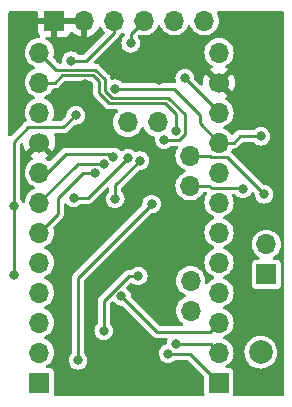
<source format=gbr>
%TF.GenerationSoftware,KiCad,Pcbnew,6.0.11-2627ca5db0~126~ubuntu22.04.1*%
%TF.CreationDate,2024-01-17T11:10:24+01:00*%
%TF.ProjectId,barco-modchip,62617263-6f2d-46d6-9f64-636869702e6b,rev?*%
%TF.SameCoordinates,Original*%
%TF.FileFunction,Copper,L2,Bot*%
%TF.FilePolarity,Positive*%
%FSLAX46Y46*%
G04 Gerber Fmt 4.6, Leading zero omitted, Abs format (unit mm)*
G04 Created by KiCad (PCBNEW 6.0.11-2627ca5db0~126~ubuntu22.04.1) date 2024-01-17 11:10:24*
%MOMM*%
%LPD*%
G01*
G04 APERTURE LIST*
G04 Aperture macros list*
%AMHorizOval*
0 Thick line with rounded ends*
0 $1 width*
0 $2 $3 position (X,Y) of the first rounded end (center of the circle)*
0 $4 $5 position (X,Y) of the second rounded end (center of the circle)*
0 Add line between two ends*
20,1,$1,$2,$3,$4,$5,0*
0 Add two circle primitives to create the rounded ends*
1,1,$1,$2,$3*
1,1,$1,$4,$5*%
G04 Aperture macros list end*
%TA.AperFunction,ComponentPad*%
%ADD10R,1.700000X1.700000*%
%TD*%
%TA.AperFunction,ComponentPad*%
%ADD11O,1.700000X1.700000*%
%TD*%
%TA.AperFunction,ComponentPad*%
%ADD12C,2.000000*%
%TD*%
%TA.AperFunction,ComponentPad*%
%ADD13HorizOval,1.700000X0.000000X0.000000X0.000000X0.000000X0*%
%TD*%
%TA.AperFunction,ComponentPad*%
%ADD14HorizOval,1.700000X0.000000X0.000000X0.000000X0.000000X0*%
%TD*%
%TA.AperFunction,ViaPad*%
%ADD15C,0.800000*%
%TD*%
%TA.AperFunction,Conductor*%
%ADD16C,0.250000*%
%TD*%
G04 APERTURE END LIST*
D10*
%TO.P,J2,1,Pin_1*%
%TO.N,GND*%
X173250000Y-93625000D03*
D11*
%TO.P,J2,2,Pin_2*%
X175790000Y-93625000D03*
%TO.P,J2,3,Pin_3*%
%TO.N,+5VD*%
X178330000Y-93625000D03*
%TO.P,J2,4,Pin_4*%
%TO.N,RXD*%
X180870000Y-93625000D03*
%TO.P,J2,5,Pin_5*%
%TO.N,TXD*%
X183410000Y-93625000D03*
%TO.P,J2,6,Pin_6*%
%TO.N,DTR*%
X185950000Y-93625000D03*
%TD*%
D12*
%TO.P,J30,1,Pin_1*%
%TO.N,Net-(J30-Pad1)*%
X190750000Y-121685000D03*
%TD*%
D11*
%TO.P,J12,1,Pin_1*%
%TO.N,A4*%
X184750000Y-107600000D03*
%TO.P,J12,2,Pin_2*%
%TO.N,A5*%
X184750000Y-105060000D03*
%TD*%
%TO.P,J14,1,Pin_1*%
%TO.N,SDA1*%
X182020000Y-102225000D03*
%TO.P,J14,2,Pin_2*%
%TO.N,SCL1*%
X179480000Y-102225000D03*
%TD*%
D10*
%TO.P,J40,1,Pin_1*%
%TO.N,/MON_SDA*%
X191210000Y-115085000D03*
D11*
%TO.P,J40,2,Pin_2*%
%TO.N,/MON_SCL*%
X191210000Y-112545000D03*
%TD*%
%TO.P,J13,1,Pin_1*%
%TO.N,A6*%
X184800000Y-118175000D03*
%TO.P,J13,2,Pin_2*%
%TO.N,A7*%
X184800000Y-115635000D03*
%TD*%
D10*
%TO.P,J10,1,Pin_1*%
%TO.N,D9*%
X172000000Y-124250000D03*
D11*
%TO.P,J10,2,Pin_2*%
%TO.N,D8*%
X172000000Y-121710000D03*
%TO.P,J10,3,Pin_3*%
%TO.N,D7*%
X172000000Y-119170000D03*
%TO.P,J10,4,Pin_4*%
%TO.N,D6*%
X172000000Y-116630000D03*
%TO.P,J10,5,Pin_5*%
%TO.N,D5*%
X172000000Y-114090000D03*
%TO.P,J10,6,Pin_6*%
%TO.N,D4*%
X172000000Y-111550000D03*
%TO.P,J10,7,Pin_7*%
%TO.N,D3*%
X172000000Y-109010000D03*
%TO.P,J10,8,Pin_8*%
%TO.N,D2*%
X172000000Y-106470000D03*
D13*
%TO.P,J10,9,Pin_9*%
%TO.N,GND*%
X172000000Y-103930000D03*
D11*
%TO.P,J10,10,Pin_10*%
%TO.N,~{RESET}*%
X172000000Y-101390000D03*
%TO.P,J10,11,Pin_11*%
%TO.N,RXD*%
X172000000Y-98850000D03*
%TO.P,J10,12,Pin_12*%
%TO.N,TXD*%
X172000000Y-96310000D03*
%TD*%
D10*
%TO.P,J11,1,Pin_1*%
%TO.N,D10*%
X187200000Y-124250000D03*
D11*
%TO.P,J11,2,Pin_2*%
%TO.N,MOSI*%
X187200000Y-121710000D03*
%TO.P,J11,3,Pin_3*%
%TO.N,MISO*%
X187200000Y-119170000D03*
%TO.P,J11,4,Pin_4*%
%TO.N,SCK*%
X187200000Y-116630000D03*
%TO.P,J11,5,Pin_5*%
%TO.N,A0*%
X187200000Y-114090000D03*
%TO.P,J11,6,Pin_6*%
%TO.N,A1*%
X187200000Y-111550000D03*
%TO.P,J11,7,Pin_7*%
%TO.N,A2*%
X187200000Y-109010000D03*
%TO.P,J11,8,Pin_8*%
%TO.N,A3*%
X187200000Y-106470000D03*
%TO.P,J11,9,Pin_9*%
%TO.N,+5VD*%
X187200000Y-103930000D03*
%TO.P,J11,10,Pin_10*%
%TO.N,~{RESET}*%
X187200000Y-101390000D03*
D14*
%TO.P,J11,11,Pin_11*%
%TO.N,GND*%
X187200000Y-98850000D03*
D11*
%TO.P,J11,12,Pin_12*%
%TO.N,RAW*%
X187200000Y-96310000D03*
%TD*%
D15*
%TO.N,GND*%
X182125000Y-98650000D03*
X175825000Y-98950000D03*
X177112500Y-109662500D03*
X190750000Y-105760000D03*
X182500000Y-118000000D03*
X190750000Y-100450000D03*
X182050000Y-113500000D03*
X183025000Y-124025000D03*
X176580000Y-102520000D03*
%TO.N,~{RESET}*%
X181500000Y-109150000D03*
X184310000Y-98470000D03*
X175275000Y-122375000D03*
%TO.N,+5VD*%
X175080000Y-101620000D03*
X190750000Y-103400000D03*
X177450000Y-119850000D03*
X169820000Y-109280000D03*
X174700000Y-97000000D03*
X169820000Y-115120000D03*
X178420000Y-99370000D03*
X180375000Y-115225000D03*
%TO.N,MISO*%
X178950000Y-116950000D03*
%TO.N,MOSI*%
X183550000Y-121000000D03*
%TO.N,TXD*%
X182570000Y-103680000D03*
%TO.N,RXD*%
X183570000Y-102950000D03*
X179725000Y-95525000D03*
%TO.N,D4*%
X176730000Y-106480000D03*
%TO.N,D3*%
X177430000Y-105750000D03*
%TO.N,D2*%
X178257500Y-105132500D03*
%TO.N,D10*%
X182900000Y-121800000D03*
%TO.N,A4*%
X189230000Y-107860000D03*
%TO.N,A5*%
X191020000Y-108310000D03*
%TO.N,SDA1*%
X178425000Y-108700000D03*
X180530000Y-105460000D03*
%TO.N,SCL1*%
X179530000Y-105250000D03*
X174900000Y-108600000D03*
%TD*%
D16*
%TO.N,~{RESET}*%
X175275000Y-115375000D02*
X181500000Y-109150000D01*
X187200000Y-101360000D02*
X187200000Y-101390000D01*
X184310000Y-98470000D02*
X187200000Y-101360000D01*
X175275000Y-122375000D02*
X175275000Y-115375000D01*
%TO.N,+5VD*%
X171020000Y-102650000D02*
X169820000Y-103850000D01*
X183370000Y-99390000D02*
X185560000Y-101580000D01*
X180375000Y-115225000D02*
X179575000Y-115225000D01*
X187200000Y-103930000D02*
X188440000Y-103930000D01*
X169820000Y-103850000D02*
X169820000Y-109280000D01*
X175070000Y-101620000D02*
X174040000Y-102650000D01*
X175950000Y-97000000D02*
X178330000Y-94620000D01*
X185560000Y-101580000D02*
X185560000Y-102290000D01*
X169820000Y-115120000D02*
X169820000Y-109280000D01*
X179575000Y-115225000D02*
X177450000Y-117350000D01*
X177450000Y-117350000D02*
X177450000Y-119850000D01*
X178440000Y-99390000D02*
X183370000Y-99390000D01*
X175080000Y-101620000D02*
X175070000Y-101620000D01*
X185560000Y-102290000D02*
X187200000Y-103930000D01*
X178420000Y-99370000D02*
X178440000Y-99390000D01*
X178330000Y-94620000D02*
X178330000Y-93625000D01*
X174040000Y-102650000D02*
X171020000Y-102650000D01*
X174700000Y-97000000D02*
X175950000Y-97000000D01*
X188970000Y-103400000D02*
X190750000Y-103400000D01*
X188440000Y-103930000D02*
X188970000Y-103400000D01*
%TO.N,MISO*%
X181950000Y-119950000D02*
X186420000Y-119950000D01*
X178950000Y-116950000D02*
X181950000Y-119950000D01*
X186420000Y-119950000D02*
X187200000Y-119170000D01*
%TO.N,MOSI*%
X186490000Y-121000000D02*
X187200000Y-121710000D01*
X183550000Y-121000000D02*
X186490000Y-121000000D01*
%TO.N,TXD*%
X182570000Y-103680000D02*
X183790000Y-103680000D01*
X184310000Y-101540000D02*
X182920000Y-100150000D01*
X177515000Y-99545000D02*
X177515000Y-98535000D01*
X176730000Y-97750000D02*
X173440000Y-97750000D01*
X183790000Y-103680000D02*
X183835000Y-103725000D01*
X183835000Y-103725000D02*
X184310000Y-103250000D01*
X184310000Y-103250000D02*
X184310000Y-101540000D01*
X182920000Y-100150000D02*
X178120000Y-100150000D01*
X178120000Y-100150000D02*
X177515000Y-99545000D01*
X173440000Y-97750000D02*
X172000000Y-96310000D01*
X177515000Y-98535000D02*
X176730000Y-97750000D01*
%TO.N,RXD*%
X179725000Y-94770000D02*
X180870000Y-93625000D01*
X177930000Y-100620000D02*
X177060000Y-99750000D01*
X176530000Y-98220000D02*
X173940000Y-98220000D01*
X177060000Y-99750000D02*
X177060000Y-98750000D01*
X177060000Y-98750000D02*
X176530000Y-98220000D01*
X183570000Y-101540000D02*
X182650000Y-100620000D01*
X173940000Y-98220000D02*
X173310000Y-98850000D01*
X179725000Y-95525000D02*
X179725000Y-94770000D01*
X182650000Y-100620000D02*
X177930000Y-100620000D01*
X183570000Y-102950000D02*
X183570000Y-101540000D01*
X173310000Y-98850000D02*
X172000000Y-98850000D01*
%TO.N,D4*%
X175690000Y-106480000D02*
X173560000Y-108610000D01*
X173560000Y-108610000D02*
X173560000Y-109990000D01*
X176730000Y-106480000D02*
X175690000Y-106480000D01*
X173560000Y-109990000D02*
X172000000Y-111550000D01*
%TO.N,D3*%
X177430000Y-105750000D02*
X175250000Y-105750000D01*
X172000000Y-109000000D02*
X172000000Y-109010000D01*
X175250000Y-105750000D02*
X172000000Y-109000000D01*
%TO.N,D2*%
X177995000Y-104870000D02*
X174240000Y-104870000D01*
X174240000Y-104870000D02*
X172640000Y-106470000D01*
X172640000Y-106470000D02*
X172000000Y-106470000D01*
X178257500Y-105132500D02*
X177995000Y-104870000D01*
%TO.N,D10*%
X184750000Y-121800000D02*
X187200000Y-124250000D01*
X182900000Y-121800000D02*
X184750000Y-121800000D01*
%TO.N,A4*%
X186560000Y-107750000D02*
X189120000Y-107750000D01*
X186390000Y-107600000D02*
X186410000Y-107600000D01*
X186140000Y-107600000D02*
X186390000Y-107600000D01*
X186410000Y-107600000D02*
X186560000Y-107750000D01*
X184750000Y-107600000D02*
X186140000Y-107600000D01*
X189120000Y-107750000D02*
X189230000Y-107860000D01*
%TO.N,A5*%
X186410000Y-105060000D02*
X186500000Y-105150000D01*
X184750000Y-105060000D02*
X186410000Y-105060000D01*
X187870000Y-105160000D02*
X191020000Y-108310000D01*
X187810000Y-105160000D02*
X187870000Y-105160000D01*
X186510000Y-105160000D02*
X187810000Y-105160000D01*
X186500000Y-105150000D02*
X186510000Y-105160000D01*
%TO.N,SDA1*%
X178425000Y-107565000D02*
X178425000Y-108700000D01*
X180530000Y-105460000D02*
X178425000Y-107565000D01*
%TO.N,SCL1*%
X179530000Y-105250000D02*
X179500000Y-105250000D01*
X179500000Y-105250000D02*
X176150000Y-108600000D01*
X176150000Y-108600000D02*
X174900000Y-108600000D01*
%TD*%
%TA.AperFunction,Conductor*%
%TO.N,GND*%
G36*
X192660621Y-92841502D02*
G01*
X192707114Y-92895158D01*
X192718500Y-92947500D01*
X192718500Y-125252500D01*
X192698498Y-125320621D01*
X192644842Y-125367114D01*
X192592500Y-125378500D01*
X188537975Y-125378500D01*
X188469854Y-125358498D01*
X188423361Y-125304842D01*
X188413257Y-125234568D01*
X188416982Y-125218012D01*
X188420655Y-125210497D01*
X188422067Y-125200820D01*
X188430840Y-125140684D01*
X188430840Y-125140680D01*
X188431500Y-125136158D01*
X188431500Y-123363842D01*
X188421983Y-123299183D01*
X188421888Y-123298541D01*
X188421887Y-123298539D01*
X188420462Y-123288856D01*
X188364487Y-123174849D01*
X188319285Y-123129726D01*
X188281972Y-123092478D01*
X188274601Y-123085120D01*
X188262953Y-123079426D01*
X188184222Y-123040942D01*
X188160497Y-123029345D01*
X188127716Y-123024563D01*
X188090684Y-123019160D01*
X188090680Y-123019160D01*
X188086158Y-123018500D01*
X187875299Y-123018500D01*
X187807178Y-122998498D01*
X187760685Y-122944842D01*
X187750581Y-122874568D01*
X187780075Y-122809988D01*
X187812299Y-122783381D01*
X187813118Y-122782908D01*
X187818102Y-122780584D01*
X187917621Y-122710900D01*
X187990106Y-122660146D01*
X187990109Y-122660144D01*
X187994617Y-122656987D01*
X188146987Y-122504617D01*
X188151544Y-122498110D01*
X188267427Y-122332611D01*
X188267428Y-122332609D01*
X188270584Y-122328102D01*
X188272907Y-122323120D01*
X188272910Y-122323115D01*
X188359329Y-122137789D01*
X188359330Y-122137787D01*
X188361652Y-122132807D01*
X188363179Y-122127110D01*
X188415999Y-121929980D01*
X188415999Y-121929978D01*
X188417423Y-121924665D01*
X188436204Y-121710000D01*
X188431054Y-121651131D01*
X189364179Y-121651131D01*
X189364476Y-121656283D01*
X189364476Y-121656287D01*
X189367573Y-121710000D01*
X189377256Y-121877927D01*
X189378393Y-121882973D01*
X189378394Y-121882979D01*
X189396543Y-121963511D01*
X189427199Y-122099541D01*
X189429141Y-122104323D01*
X189429142Y-122104327D01*
X189463960Y-122190074D01*
X189512666Y-122310022D01*
X189631363Y-122503718D01*
X189780102Y-122675427D01*
X189954888Y-122820537D01*
X190151028Y-122935152D01*
X190155853Y-122936994D01*
X190155854Y-122936995D01*
X190179970Y-122946204D01*
X190363253Y-123016193D01*
X190368321Y-123017224D01*
X190368324Y-123017225D01*
X190428845Y-123029538D01*
X190585864Y-123061484D01*
X190591037Y-123061674D01*
X190591040Y-123061674D01*
X190807720Y-123069619D01*
X190807724Y-123069619D01*
X190812884Y-123069808D01*
X190818004Y-123069152D01*
X190818006Y-123069152D01*
X190890183Y-123059906D01*
X191038214Y-123040942D01*
X191043163Y-123039457D01*
X191043169Y-123039456D01*
X191250855Y-122977147D01*
X191250854Y-122977147D01*
X191255805Y-122975662D01*
X191459812Y-122875720D01*
X191464017Y-122872720D01*
X191464023Y-122872717D01*
X191640552Y-122746800D01*
X191640554Y-122746798D01*
X191644756Y-122743801D01*
X191805671Y-122583446D01*
X191938235Y-122398964D01*
X192038889Y-122195307D01*
X192090535Y-122025319D01*
X192103426Y-121982890D01*
X192103426Y-121982889D01*
X192104928Y-121977946D01*
X192105948Y-121970196D01*
X192134143Y-121756039D01*
X192134144Y-121756033D01*
X192134580Y-121752717D01*
X192136235Y-121685000D01*
X192117621Y-121458592D01*
X192062278Y-121238264D01*
X191971694Y-121029934D01*
X191848300Y-120839195D01*
X191828002Y-120816887D01*
X191698888Y-120674994D01*
X191698886Y-120674993D01*
X191695410Y-120671172D01*
X191691359Y-120667973D01*
X191691355Y-120667969D01*
X191521186Y-120533577D01*
X191521182Y-120533575D01*
X191517131Y-120530375D01*
X191318250Y-120420587D01*
X191224597Y-120387423D01*
X191108980Y-120346481D01*
X191108977Y-120346480D01*
X191104108Y-120344756D01*
X191099019Y-120343849D01*
X191099017Y-120343849D01*
X190885544Y-120305823D01*
X190885540Y-120305823D01*
X190880456Y-120304917D01*
X190806960Y-120304019D01*
X190658471Y-120302205D01*
X190658469Y-120302205D01*
X190653301Y-120302142D01*
X190428743Y-120336504D01*
X190212812Y-120407081D01*
X190208224Y-120409469D01*
X190208220Y-120409471D01*
X190015897Y-120509588D01*
X190011308Y-120511977D01*
X190007175Y-120515080D01*
X190007172Y-120515082D01*
X189833777Y-120645271D01*
X189829642Y-120648376D01*
X189672693Y-120812614D01*
X189669779Y-120816886D01*
X189669778Y-120816887D01*
X189654561Y-120839195D01*
X189544676Y-121000280D01*
X189449028Y-121206336D01*
X189447646Y-121211318D01*
X189447646Y-121211319D01*
X189438784Y-121243276D01*
X189388319Y-121425245D01*
X189364179Y-121651131D01*
X188431054Y-121651131D01*
X188417423Y-121495335D01*
X188398643Y-121425245D01*
X188363075Y-121292503D01*
X188363074Y-121292501D01*
X188361652Y-121287193D01*
X188321763Y-121201651D01*
X188272910Y-121096885D01*
X188272907Y-121096880D01*
X188270584Y-121091898D01*
X188267427Y-121087389D01*
X188150146Y-120919894D01*
X188150144Y-120919891D01*
X188146987Y-120915383D01*
X187994617Y-120763013D01*
X187990109Y-120759856D01*
X187990106Y-120759854D01*
X187822611Y-120642573D01*
X187822609Y-120642572D01*
X187818102Y-120639416D01*
X187813120Y-120637093D01*
X187813115Y-120637090D01*
X187635346Y-120554195D01*
X187582061Y-120507277D01*
X187562600Y-120439000D01*
X187583142Y-120371040D01*
X187635346Y-120325805D01*
X187813115Y-120242910D01*
X187813120Y-120242907D01*
X187818102Y-120240584D01*
X187822611Y-120237427D01*
X187990106Y-120120146D01*
X187990109Y-120120144D01*
X187994617Y-120116987D01*
X188146987Y-119964617D01*
X188224469Y-119853962D01*
X188267427Y-119792611D01*
X188267428Y-119792609D01*
X188270584Y-119788102D01*
X188272907Y-119783120D01*
X188272910Y-119783115D01*
X188359329Y-119597789D01*
X188359330Y-119597787D01*
X188361652Y-119592807D01*
X188382009Y-119516835D01*
X188415999Y-119389980D01*
X188415999Y-119389978D01*
X188417423Y-119384665D01*
X188436204Y-119170000D01*
X188417423Y-118955335D01*
X188408672Y-118922675D01*
X188363075Y-118752503D01*
X188363074Y-118752501D01*
X188361652Y-118747193D01*
X188289516Y-118592497D01*
X188272910Y-118556885D01*
X188272907Y-118556880D01*
X188270584Y-118551898D01*
X188160709Y-118394980D01*
X188150146Y-118379894D01*
X188150144Y-118379891D01*
X188146987Y-118375383D01*
X187994617Y-118223013D01*
X187990109Y-118219856D01*
X187990106Y-118219854D01*
X187822611Y-118102573D01*
X187822609Y-118102572D01*
X187818102Y-118099416D01*
X187813120Y-118097093D01*
X187813115Y-118097090D01*
X187635346Y-118014195D01*
X187582061Y-117967277D01*
X187562600Y-117899000D01*
X187583142Y-117831040D01*
X187635346Y-117785805D01*
X187813115Y-117702910D01*
X187813120Y-117702907D01*
X187818102Y-117700584D01*
X187944629Y-117611989D01*
X187990106Y-117580146D01*
X187990109Y-117580144D01*
X187994617Y-117576987D01*
X188146987Y-117424617D01*
X188151946Y-117417536D01*
X188267427Y-117252611D01*
X188267428Y-117252609D01*
X188270584Y-117248102D01*
X188272907Y-117243120D01*
X188272910Y-117243115D01*
X188359329Y-117057789D01*
X188359330Y-117057787D01*
X188361652Y-117052807D01*
X188367780Y-117029939D01*
X188415999Y-116849980D01*
X188415999Y-116849978D01*
X188417423Y-116844665D01*
X188436204Y-116630000D01*
X188417423Y-116415335D01*
X188391619Y-116319033D01*
X188363075Y-116212503D01*
X188363074Y-116212501D01*
X188361652Y-116207193D01*
X188356167Y-116195430D01*
X188272910Y-116016885D01*
X188272907Y-116016880D01*
X188270584Y-116011898D01*
X188259467Y-115996021D01*
X188150146Y-115839894D01*
X188150144Y-115839891D01*
X188146987Y-115835383D01*
X187994617Y-115683013D01*
X187990109Y-115679856D01*
X187990106Y-115679854D01*
X187822611Y-115562573D01*
X187822609Y-115562572D01*
X187818102Y-115559416D01*
X187813120Y-115557093D01*
X187813115Y-115557090D01*
X187635346Y-115474195D01*
X187582061Y-115427277D01*
X187562600Y-115359000D01*
X187583142Y-115291040D01*
X187635346Y-115245805D01*
X187813115Y-115162910D01*
X187813120Y-115162907D01*
X187818102Y-115160584D01*
X187822611Y-115157427D01*
X187990106Y-115040146D01*
X187990109Y-115040144D01*
X187994617Y-115036987D01*
X188146987Y-114884617D01*
X188174802Y-114844894D01*
X188267427Y-114712611D01*
X188267428Y-114712609D01*
X188270584Y-114708102D01*
X188272907Y-114703120D01*
X188272910Y-114703115D01*
X188359329Y-114517789D01*
X188359330Y-114517787D01*
X188361652Y-114512807D01*
X188366338Y-114495321D01*
X188415999Y-114309980D01*
X188415999Y-114309978D01*
X188417423Y-114304665D01*
X188436204Y-114090000D01*
X188417423Y-113875335D01*
X188415686Y-113868853D01*
X188363075Y-113672503D01*
X188363074Y-113672501D01*
X188361652Y-113667193D01*
X188351298Y-113644988D01*
X188272910Y-113476885D01*
X188272907Y-113476880D01*
X188270584Y-113471898D01*
X188177960Y-113339617D01*
X188150146Y-113299894D01*
X188150144Y-113299891D01*
X188146987Y-113295383D01*
X187994617Y-113143013D01*
X187990109Y-113139856D01*
X187990106Y-113139854D01*
X187822611Y-113022573D01*
X187822609Y-113022572D01*
X187818102Y-113019416D01*
X187813120Y-113017093D01*
X187813115Y-113017090D01*
X187635346Y-112934195D01*
X187582061Y-112887277D01*
X187562600Y-112819000D01*
X187583142Y-112751040D01*
X187635346Y-112705805D01*
X187813115Y-112622910D01*
X187813120Y-112622907D01*
X187818102Y-112620584D01*
X187822611Y-112617427D01*
X187926048Y-112545000D01*
X189973796Y-112545000D01*
X189992577Y-112759665D01*
X189994001Y-112764978D01*
X189994001Y-112764980D01*
X190009012Y-112821000D01*
X190048348Y-112967807D01*
X190050670Y-112972787D01*
X190050671Y-112972789D01*
X190137090Y-113158115D01*
X190137093Y-113158120D01*
X190139416Y-113163102D01*
X190142572Y-113167609D01*
X190142573Y-113167611D01*
X190235199Y-113299894D01*
X190263013Y-113339617D01*
X190415383Y-113491987D01*
X190419891Y-113495144D01*
X190419894Y-113495146D01*
X190516624Y-113562877D01*
X190591898Y-113615584D01*
X190596882Y-113617908D01*
X190597701Y-113618381D01*
X190646694Y-113669764D01*
X190660130Y-113739477D01*
X190633744Y-113805388D01*
X190575911Y-113846570D01*
X190534701Y-113853500D01*
X190323842Y-113853500D01*
X190319294Y-113854170D01*
X190319287Y-113854170D01*
X190258541Y-113863112D01*
X190258539Y-113863113D01*
X190248856Y-113864538D01*
X190240068Y-113868853D01*
X190240067Y-113868853D01*
X190144197Y-113915923D01*
X190144196Y-113915924D01*
X190134849Y-113920513D01*
X190045120Y-114010399D01*
X189989345Y-114124503D01*
X189987933Y-114134183D01*
X189979165Y-114194287D01*
X189978500Y-114198842D01*
X189978500Y-115971158D01*
X189979170Y-115975706D01*
X189979170Y-115975713D01*
X189988112Y-116036459D01*
X189989538Y-116046144D01*
X189993853Y-116054932D01*
X189993853Y-116054933D01*
X190027544Y-116123552D01*
X190045513Y-116160151D01*
X190135399Y-116249880D01*
X190249503Y-116305655D01*
X190282284Y-116310437D01*
X190319316Y-116315840D01*
X190319320Y-116315840D01*
X190323842Y-116316500D01*
X192096158Y-116316500D01*
X192100706Y-116315830D01*
X192100713Y-116315830D01*
X192161459Y-116306888D01*
X192161461Y-116306887D01*
X192171144Y-116305462D01*
X192179933Y-116301147D01*
X192275803Y-116254077D01*
X192275804Y-116254076D01*
X192285151Y-116249487D01*
X192374880Y-116159601D01*
X192430655Y-116045497D01*
X192439389Y-115985629D01*
X192440840Y-115975684D01*
X192440840Y-115975680D01*
X192441500Y-115971158D01*
X192441500Y-114198842D01*
X192431983Y-114134183D01*
X192431888Y-114133541D01*
X192431887Y-114133539D01*
X192430462Y-114123856D01*
X192416528Y-114095475D01*
X192379077Y-114019197D01*
X192379076Y-114019196D01*
X192374487Y-114009849D01*
X192284601Y-113920120D01*
X192170497Y-113864345D01*
X192137716Y-113859563D01*
X192100684Y-113854160D01*
X192100680Y-113854160D01*
X192096158Y-113853500D01*
X191885299Y-113853500D01*
X191817178Y-113833498D01*
X191770685Y-113779842D01*
X191760581Y-113709568D01*
X191790075Y-113644988D01*
X191822299Y-113618381D01*
X191823118Y-113617908D01*
X191828102Y-113615584D01*
X191903376Y-113562877D01*
X192000106Y-113495146D01*
X192000109Y-113495144D01*
X192004617Y-113491987D01*
X192156987Y-113339617D01*
X192184802Y-113299894D01*
X192277427Y-113167611D01*
X192277428Y-113167609D01*
X192280584Y-113163102D01*
X192282907Y-113158120D01*
X192282910Y-113158115D01*
X192369329Y-112972789D01*
X192369330Y-112972787D01*
X192371652Y-112967807D01*
X192410989Y-112821000D01*
X192425999Y-112764980D01*
X192425999Y-112764978D01*
X192427423Y-112759665D01*
X192446204Y-112545000D01*
X192427423Y-112330335D01*
X192425999Y-112325020D01*
X192373075Y-112127503D01*
X192373074Y-112127501D01*
X192371652Y-112122193D01*
X192299516Y-111967497D01*
X192282910Y-111931885D01*
X192282907Y-111931880D01*
X192280584Y-111926898D01*
X192170709Y-111769980D01*
X192160146Y-111754894D01*
X192160144Y-111754891D01*
X192156987Y-111750383D01*
X192004617Y-111598013D01*
X192000109Y-111594856D01*
X192000106Y-111594854D01*
X191832611Y-111477573D01*
X191832609Y-111477572D01*
X191828102Y-111474416D01*
X191823120Y-111472093D01*
X191823115Y-111472090D01*
X191637789Y-111385671D01*
X191637787Y-111385670D01*
X191632807Y-111383348D01*
X191627499Y-111381926D01*
X191627497Y-111381925D01*
X191429980Y-111329001D01*
X191429978Y-111329001D01*
X191424665Y-111327577D01*
X191210000Y-111308796D01*
X190995335Y-111327577D01*
X190990022Y-111329001D01*
X190990020Y-111329001D01*
X190792503Y-111381925D01*
X190792501Y-111381926D01*
X190787193Y-111383348D01*
X190782213Y-111385670D01*
X190782211Y-111385671D01*
X190596885Y-111472090D01*
X190596880Y-111472093D01*
X190591898Y-111474416D01*
X190587391Y-111477572D01*
X190587389Y-111477573D01*
X190419894Y-111594854D01*
X190419891Y-111594856D01*
X190415383Y-111598013D01*
X190263013Y-111750383D01*
X190259856Y-111754891D01*
X190259854Y-111754894D01*
X190249291Y-111769980D01*
X190139416Y-111926898D01*
X190137093Y-111931880D01*
X190137090Y-111931885D01*
X190120484Y-111967497D01*
X190048348Y-112122193D01*
X190046926Y-112127501D01*
X190046925Y-112127503D01*
X189994001Y-112325020D01*
X189992577Y-112330335D01*
X189973796Y-112545000D01*
X187926048Y-112545000D01*
X187990106Y-112500146D01*
X187990109Y-112500144D01*
X187994617Y-112496987D01*
X188146987Y-112344617D01*
X188153151Y-112335815D01*
X188267427Y-112172611D01*
X188267428Y-112172609D01*
X188270584Y-112168102D01*
X188272907Y-112163120D01*
X188272910Y-112163115D01*
X188359329Y-111977789D01*
X188359330Y-111977787D01*
X188361652Y-111972807D01*
X188375162Y-111922389D01*
X188415999Y-111769980D01*
X188415999Y-111769978D01*
X188417423Y-111764665D01*
X188436204Y-111550000D01*
X188417423Y-111335335D01*
X188361652Y-111127193D01*
X188354482Y-111111817D01*
X188272910Y-110936885D01*
X188272907Y-110936880D01*
X188270584Y-110931898D01*
X188146987Y-110755383D01*
X187994617Y-110603013D01*
X187990109Y-110599856D01*
X187990106Y-110599854D01*
X187822611Y-110482573D01*
X187822609Y-110482572D01*
X187818102Y-110479416D01*
X187813120Y-110477093D01*
X187813115Y-110477090D01*
X187635346Y-110394195D01*
X187582061Y-110347277D01*
X187562600Y-110279000D01*
X187583142Y-110211040D01*
X187635346Y-110165805D01*
X187813115Y-110082910D01*
X187813120Y-110082907D01*
X187818102Y-110080584D01*
X187822611Y-110077427D01*
X187990106Y-109960146D01*
X187990109Y-109960144D01*
X187994617Y-109956987D01*
X188146987Y-109804617D01*
X188164084Y-109780201D01*
X188267427Y-109632611D01*
X188267428Y-109632609D01*
X188270584Y-109628102D01*
X188272907Y-109623120D01*
X188272910Y-109623115D01*
X188359329Y-109437789D01*
X188359330Y-109437787D01*
X188361652Y-109432807D01*
X188378208Y-109371021D01*
X188415999Y-109229980D01*
X188415999Y-109229978D01*
X188417423Y-109224665D01*
X188436204Y-109010000D01*
X188417423Y-108795335D01*
X188415952Y-108789846D01*
X188363075Y-108592503D01*
X188363074Y-108592501D01*
X188361652Y-108587193D01*
X188359329Y-108582211D01*
X188291033Y-108435750D01*
X188280372Y-108365558D01*
X188309352Y-108300746D01*
X188368772Y-108261889D01*
X188405228Y-108256500D01*
X188485435Y-108256500D01*
X188553556Y-108276502D01*
X188593210Y-108317228D01*
X188606908Y-108339846D01*
X188611797Y-108344909D01*
X188611798Y-108344910D01*
X188646809Y-108381165D01*
X188728701Y-108465966D01*
X188734593Y-108469821D01*
X188734597Y-108469825D01*
X188809921Y-108519115D01*
X188875410Y-108561970D01*
X188882014Y-108564426D01*
X189033140Y-108620629D01*
X189033142Y-108620629D01*
X189039742Y-108623084D01*
X189046725Y-108624016D01*
X189046726Y-108624016D01*
X189206549Y-108645342D01*
X189206553Y-108645342D01*
X189213530Y-108646273D01*
X189220541Y-108645635D01*
X189220545Y-108645635D01*
X189358105Y-108633115D01*
X189388137Y-108630382D01*
X189394839Y-108628204D01*
X189394841Y-108628204D01*
X189548185Y-108578380D01*
X189548188Y-108578379D01*
X189554884Y-108576203D01*
X189705484Y-108486427D01*
X189710578Y-108481576D01*
X189710582Y-108481573D01*
X189816020Y-108381165D01*
X189832452Y-108365517D01*
X189901302Y-108261889D01*
X189925576Y-108225354D01*
X189925577Y-108225352D01*
X189929477Y-108219482D01*
X189938417Y-108195948D01*
X189981305Y-108139371D01*
X190047973Y-108114962D01*
X190117255Y-108130472D01*
X190145299Y-108151598D01*
X190197584Y-108203883D01*
X190231610Y-108266195D01*
X190234342Y-108293397D01*
X190233632Y-108299020D01*
X190234319Y-108306027D01*
X190234319Y-108306030D01*
X190241915Y-108383500D01*
X190250741Y-108473511D01*
X190306083Y-108639876D01*
X190309730Y-108645898D01*
X190309731Y-108645900D01*
X190358171Y-108725883D01*
X190396908Y-108789846D01*
X190401797Y-108794909D01*
X190401798Y-108794910D01*
X190461277Y-108856502D01*
X190518701Y-108915966D01*
X190524593Y-108919821D01*
X190524597Y-108919825D01*
X190599398Y-108968773D01*
X190665410Y-109011970D01*
X190672014Y-109014426D01*
X190823140Y-109070629D01*
X190823142Y-109070629D01*
X190829742Y-109073084D01*
X190836725Y-109074016D01*
X190836726Y-109074016D01*
X190996549Y-109095342D01*
X190996553Y-109095342D01*
X191003530Y-109096273D01*
X191010541Y-109095635D01*
X191010545Y-109095635D01*
X191148105Y-109083115D01*
X191178137Y-109080382D01*
X191184839Y-109078204D01*
X191184841Y-109078204D01*
X191338185Y-109028380D01*
X191338188Y-109028379D01*
X191344884Y-109026203D01*
X191495484Y-108936427D01*
X191500578Y-108931576D01*
X191500582Y-108931573D01*
X191572053Y-108863511D01*
X191622452Y-108815517D01*
X191699201Y-108700000D01*
X191715576Y-108675354D01*
X191715577Y-108675352D01*
X191719477Y-108669482D01*
X191781737Y-108505581D01*
X191798800Y-108384170D01*
X191805587Y-108335883D01*
X191805588Y-108335875D01*
X191806138Y-108331959D01*
X191806445Y-108310000D01*
X191786901Y-108135764D01*
X191776711Y-108106500D01*
X191731557Y-107976835D01*
X191731556Y-107976833D01*
X191729242Y-107970188D01*
X191678313Y-107888685D01*
X191640064Y-107827473D01*
X191640063Y-107827471D01*
X191636332Y-107821501D01*
X191629544Y-107814665D01*
X191544342Y-107728868D01*
X191512789Y-107697094D01*
X191506846Y-107693322D01*
X191506843Y-107693320D01*
X191389182Y-107618650D01*
X191364755Y-107603148D01*
X191337570Y-107593468D01*
X191206220Y-107546696D01*
X191206215Y-107546695D01*
X191199585Y-107544334D01*
X191192597Y-107543501D01*
X191192594Y-107543500D01*
X191072307Y-107529157D01*
X191025490Y-107523574D01*
X191018487Y-107524310D01*
X191018481Y-107524310D01*
X191016837Y-107524483D01*
X191015789Y-107524291D01*
X191011440Y-107524261D01*
X191011445Y-107523497D01*
X190946998Y-107511713D01*
X190914568Y-107488269D01*
X188278247Y-104851948D01*
X188270666Y-104842461D01*
X188270292Y-104842779D01*
X188264476Y-104835945D01*
X188259685Y-104828352D01*
X188229534Y-104801724D01*
X188191716Y-104741639D01*
X188192386Y-104670646D01*
X188209729Y-104635012D01*
X188267427Y-104552611D01*
X188267428Y-104552609D01*
X188270584Y-104548102D01*
X188272907Y-104543120D01*
X188272910Y-104543115D01*
X188287350Y-104512147D01*
X188334267Y-104458862D01*
X188398984Y-104440416D01*
X188398962Y-104440059D01*
X188452432Y-104436742D01*
X188460233Y-104436500D01*
X188476366Y-104436500D01*
X188480807Y-104435864D01*
X188480809Y-104435864D01*
X188486677Y-104435024D01*
X188496726Y-104433995D01*
X188534806Y-104431632D01*
X188543768Y-104431076D01*
X188552215Y-104428026D01*
X188555317Y-104427384D01*
X188571702Y-104423299D01*
X188574735Y-104422412D01*
X188583619Y-104421140D01*
X188591786Y-104417426D01*
X188591788Y-104417426D01*
X188626533Y-104401628D01*
X188635902Y-104397815D01*
X188640368Y-104396203D01*
X188649719Y-104392827D01*
X188671792Y-104384859D01*
X188671793Y-104384858D01*
X188680232Y-104381812D01*
X188687475Y-104376521D01*
X188690232Y-104375055D01*
X188704882Y-104366494D01*
X188707524Y-104364804D01*
X188715693Y-104361090D01*
X188722493Y-104355231D01*
X188722496Y-104355229D01*
X188751407Y-104330318D01*
X188759312Y-104324040D01*
X188770250Y-104316049D01*
X188781168Y-104305131D01*
X188788015Y-104298773D01*
X188818802Y-104272245D01*
X188825604Y-104266384D01*
X188830488Y-104258849D01*
X188836085Y-104252433D01*
X188845491Y-104240808D01*
X189142894Y-103943405D01*
X189205206Y-103909379D01*
X189231989Y-103906500D01*
X190099164Y-103906500D01*
X190167285Y-103926502D01*
X190189800Y-103944972D01*
X190248701Y-104005966D01*
X190254593Y-104009821D01*
X190254597Y-104009825D01*
X190296393Y-104037175D01*
X190395410Y-104101970D01*
X190402014Y-104104426D01*
X190553140Y-104160629D01*
X190553142Y-104160629D01*
X190559742Y-104163084D01*
X190566725Y-104164016D01*
X190566726Y-104164016D01*
X190726549Y-104185342D01*
X190726553Y-104185342D01*
X190733530Y-104186273D01*
X190740541Y-104185635D01*
X190740545Y-104185635D01*
X190878105Y-104173115D01*
X190908137Y-104170382D01*
X190914839Y-104168204D01*
X190914841Y-104168204D01*
X191068185Y-104118380D01*
X191068188Y-104118379D01*
X191074884Y-104116203D01*
X191225484Y-104026427D01*
X191230578Y-104021576D01*
X191230582Y-104021573D01*
X191330264Y-103926646D01*
X191352452Y-103905517D01*
X191449477Y-103759482D01*
X191511737Y-103595581D01*
X191520981Y-103529806D01*
X191535587Y-103425883D01*
X191535588Y-103425875D01*
X191536138Y-103421959D01*
X191536445Y-103400000D01*
X191516901Y-103225764D01*
X191513222Y-103215197D01*
X191461557Y-103066835D01*
X191461556Y-103066833D01*
X191459242Y-103060188D01*
X191449145Y-103044030D01*
X191370064Y-102917473D01*
X191370063Y-102917471D01*
X191366332Y-102911501D01*
X191353843Y-102898924D01*
X191247754Y-102792094D01*
X191242789Y-102787094D01*
X191236846Y-102783322D01*
X191236843Y-102783320D01*
X191125370Y-102712577D01*
X191094755Y-102693148D01*
X191067570Y-102683468D01*
X190936220Y-102636696D01*
X190936215Y-102636695D01*
X190929585Y-102634334D01*
X190922597Y-102633501D01*
X190922594Y-102633500D01*
X190778543Y-102616323D01*
X190755490Y-102613574D01*
X190748487Y-102614310D01*
X190748486Y-102614310D01*
X190588122Y-102631165D01*
X190588120Y-102631166D01*
X190581122Y-102631901D01*
X190415148Y-102688403D01*
X190406382Y-102693796D01*
X190271823Y-102776577D01*
X190271820Y-102776579D01*
X190265816Y-102780273D01*
X190186929Y-102857525D01*
X190124266Y-102890894D01*
X190098773Y-102893500D01*
X189040843Y-102893500D01*
X189028779Y-102892152D01*
X189028740Y-102892642D01*
X189019794Y-102891922D01*
X189011038Y-102889941D01*
X188958129Y-102893223D01*
X188957568Y-102893258D01*
X188949767Y-102893500D01*
X188933634Y-102893500D01*
X188929193Y-102894136D01*
X188929191Y-102894136D01*
X188923323Y-102894976D01*
X188913274Y-102896005D01*
X188877845Y-102898203D01*
X188866232Y-102898924D01*
X188857785Y-102901974D01*
X188854683Y-102902616D01*
X188838306Y-102906699D01*
X188835268Y-102907587D01*
X188826381Y-102908860D01*
X188807438Y-102917473D01*
X188783469Y-102928371D01*
X188774107Y-102932182D01*
X188729767Y-102948189D01*
X188722518Y-102953485D01*
X188719738Y-102954963D01*
X188705138Y-102963495D01*
X188702484Y-102965192D01*
X188694307Y-102968910D01*
X188687505Y-102974771D01*
X188658604Y-102999674D01*
X188650683Y-103005963D01*
X188643682Y-103011077D01*
X188643670Y-103011087D01*
X188639750Y-103013951D01*
X188628832Y-103024869D01*
X188621985Y-103031227D01*
X188584396Y-103063616D01*
X188579512Y-103071151D01*
X188573915Y-103077567D01*
X188564509Y-103089192D01*
X188406094Y-103247607D01*
X188343782Y-103281633D01*
X188272967Y-103276568D01*
X188213787Y-103230784D01*
X188146987Y-103135383D01*
X187994617Y-102983013D01*
X187990109Y-102979856D01*
X187990106Y-102979854D01*
X187822611Y-102862573D01*
X187822609Y-102862572D01*
X187818102Y-102859416D01*
X187813120Y-102857093D01*
X187813115Y-102857090D01*
X187635346Y-102774195D01*
X187582061Y-102727277D01*
X187562600Y-102659000D01*
X187583142Y-102591040D01*
X187635346Y-102545805D01*
X187813115Y-102462910D01*
X187813120Y-102462907D01*
X187818102Y-102460584D01*
X187840387Y-102444980D01*
X187990106Y-102340146D01*
X187990109Y-102340144D01*
X187994617Y-102336987D01*
X188146987Y-102184617D01*
X188165023Y-102158860D01*
X188267427Y-102012611D01*
X188267428Y-102012609D01*
X188270584Y-102008102D01*
X188272907Y-102003120D01*
X188272910Y-102003115D01*
X188359329Y-101817789D01*
X188359330Y-101817787D01*
X188361652Y-101812807D01*
X188396110Y-101684209D01*
X188415999Y-101609980D01*
X188415999Y-101609978D01*
X188417423Y-101604665D01*
X188436204Y-101390000D01*
X188417423Y-101175335D01*
X188402065Y-101118016D01*
X188363075Y-100972503D01*
X188363074Y-100972501D01*
X188361652Y-100967193D01*
X188347676Y-100937221D01*
X188272910Y-100776885D01*
X188272907Y-100776880D01*
X188270584Y-100771898D01*
X188146987Y-100595383D01*
X187994617Y-100443013D01*
X187990109Y-100439856D01*
X187990106Y-100439854D01*
X187822611Y-100322573D01*
X187822609Y-100322572D01*
X187818102Y-100319416D01*
X187802558Y-100312168D01*
X187785134Y-100304042D01*
X187731850Y-100257124D01*
X187712390Y-100188846D01*
X187732933Y-100120887D01*
X187782954Y-100076696D01*
X187893103Y-100022735D01*
X187901944Y-100017465D01*
X187949247Y-99983723D01*
X187957648Y-99973023D01*
X187950660Y-99959870D01*
X186841922Y-98851132D01*
X187564408Y-98851132D01*
X187564539Y-98852965D01*
X187568790Y-98859580D01*
X188310474Y-99601264D01*
X188322484Y-99607823D01*
X188334223Y-99598855D01*
X188365004Y-99556019D01*
X188370315Y-99547180D01*
X188464670Y-99356267D01*
X188468469Y-99346672D01*
X188530376Y-99142915D01*
X188532555Y-99132834D01*
X188560590Y-98919887D01*
X188561109Y-98913212D01*
X188562572Y-98853364D01*
X188562378Y-98846646D01*
X188544781Y-98632604D01*
X188543096Y-98622424D01*
X188491214Y-98415875D01*
X188487894Y-98406124D01*
X188402972Y-98210814D01*
X188398105Y-98201739D01*
X188333063Y-98101197D01*
X188322377Y-98091995D01*
X188312812Y-98096398D01*
X187572022Y-98837188D01*
X187564408Y-98851132D01*
X186841922Y-98851132D01*
X186089849Y-98099059D01*
X186078313Y-98092759D01*
X186066031Y-98102382D01*
X186018089Y-98172662D01*
X186013004Y-98181613D01*
X185923338Y-98374783D01*
X185919775Y-98384470D01*
X185862864Y-98589681D01*
X185860933Y-98599800D01*
X185838302Y-98811574D01*
X185838050Y-98821863D01*
X185847146Y-98979613D01*
X185831098Y-99048772D01*
X185780208Y-99098277D01*
X185710632Y-99112409D01*
X185644461Y-99086682D01*
X185632260Y-99075961D01*
X185133115Y-98576816D01*
X185099089Y-98514504D01*
X185096222Y-98485961D01*
X185096390Y-98473962D01*
X185096390Y-98473956D01*
X185096445Y-98470000D01*
X185076901Y-98295764D01*
X185073179Y-98285074D01*
X185021557Y-98136835D01*
X185021556Y-98136833D01*
X185019242Y-98130188D01*
X185001867Y-98102382D01*
X184930064Y-97987473D01*
X184930063Y-97987471D01*
X184926332Y-97981501D01*
X184917835Y-97972944D01*
X184807754Y-97862094D01*
X184802789Y-97857094D01*
X184796846Y-97853322D01*
X184796843Y-97853320D01*
X184715270Y-97801552D01*
X184654755Y-97763148D01*
X184627570Y-97753468D01*
X184496220Y-97706696D01*
X184496215Y-97706695D01*
X184489585Y-97704334D01*
X184482597Y-97703501D01*
X184482594Y-97703500D01*
X184355525Y-97688348D01*
X184315490Y-97683574D01*
X184308487Y-97684310D01*
X184308486Y-97684310D01*
X184148122Y-97701165D01*
X184148120Y-97701166D01*
X184141122Y-97701901D01*
X183975148Y-97758403D01*
X183914503Y-97795712D01*
X183831823Y-97846577D01*
X183831820Y-97846579D01*
X183825816Y-97850273D01*
X183820781Y-97855204D01*
X183820778Y-97855206D01*
X183767980Y-97906910D01*
X183700549Y-97972944D01*
X183605572Y-98120319D01*
X183603163Y-98126939D01*
X183603161Y-98126942D01*
X183548145Y-98278098D01*
X183545606Y-98285074D01*
X183544723Y-98292062D01*
X183544723Y-98292063D01*
X183543372Y-98302761D01*
X183523632Y-98459020D01*
X183540741Y-98633511D01*
X183549813Y-98660783D01*
X183570155Y-98721933D01*
X183572678Y-98792885D01*
X183536441Y-98853937D01*
X183472949Y-98885707D01*
X183441260Y-98887359D01*
X183432876Y-98886736D01*
X183422827Y-98885582D01*
X183409456Y-98883500D01*
X183394014Y-98883500D01*
X183384676Y-98883154D01*
X183362432Y-98881501D01*
X183335196Y-98879477D01*
X183326422Y-98881350D01*
X183317941Y-98881928D01*
X183303050Y-98883500D01*
X179090765Y-98883500D01*
X179022644Y-98863498D01*
X179001363Y-98846287D01*
X178912789Y-98757094D01*
X178906846Y-98753322D01*
X178906843Y-98753320D01*
X178818979Y-98697560D01*
X178764755Y-98663148D01*
X178737570Y-98653468D01*
X178606220Y-98606696D01*
X178606215Y-98606695D01*
X178599585Y-98604334D01*
X178592597Y-98603501D01*
X178592594Y-98603500D01*
X178472307Y-98589157D01*
X178425490Y-98583574D01*
X178418487Y-98584310D01*
X178418486Y-98584310D01*
X178258122Y-98601165D01*
X178258120Y-98601166D01*
X178251122Y-98601901D01*
X178188104Y-98623354D01*
X178117174Y-98626372D01*
X178055870Y-98590562D01*
X178023658Y-98527294D01*
X178021827Y-98507589D01*
X178021819Y-98507590D01*
X178021794Y-98507239D01*
X178021500Y-98504076D01*
X178021500Y-98498634D01*
X178020025Y-98488333D01*
X178018995Y-98478279D01*
X178016632Y-98440194D01*
X178016076Y-98431232D01*
X178013026Y-98422785D01*
X178012384Y-98419683D01*
X178008299Y-98403298D01*
X178007412Y-98400265D01*
X178006140Y-98391381D01*
X177986628Y-98348466D01*
X177982815Y-98339098D01*
X177969859Y-98303208D01*
X177969858Y-98303207D01*
X177966812Y-98294768D01*
X177961521Y-98287525D01*
X177960055Y-98284768D01*
X177951494Y-98270118D01*
X177949804Y-98267476D01*
X177946090Y-98259307D01*
X177940231Y-98252507D01*
X177940229Y-98252504D01*
X177915318Y-98223593D01*
X177909040Y-98215688D01*
X177901049Y-98204750D01*
X177890131Y-98193832D01*
X177883773Y-98186985D01*
X177851384Y-98149396D01*
X177843849Y-98144512D01*
X177837433Y-98138915D01*
X177825808Y-98129509D01*
X177138247Y-97441948D01*
X177130666Y-97432461D01*
X177130292Y-97432779D01*
X177124477Y-97425946D01*
X177119685Y-97418352D01*
X177079515Y-97382876D01*
X177073829Y-97377530D01*
X177062435Y-97366136D01*
X177054100Y-97359889D01*
X177046272Y-97353516D01*
X177017666Y-97328252D01*
X177010939Y-97322311D01*
X177002812Y-97318495D01*
X177000178Y-97316765D01*
X176985681Y-97308054D01*
X176982915Y-97306540D01*
X176975734Y-97301158D01*
X176951774Y-97292176D01*
X176931601Y-97284613D01*
X176922282Y-97280686D01*
X176909411Y-97274643D01*
X176879609Y-97260651D01*
X176870739Y-97259270D01*
X176867714Y-97258345D01*
X176851385Y-97254062D01*
X176848292Y-97253382D01*
X176839882Y-97250229D01*
X176792875Y-97246736D01*
X176782827Y-97245582D01*
X176769456Y-97243500D01*
X176754014Y-97243500D01*
X176744678Y-97243154D01*
X176735680Y-97242485D01*
X176719521Y-97241285D01*
X176653071Y-97216290D01*
X176610681Y-97159337D01*
X176605812Y-97088508D01*
X176639763Y-97026536D01*
X178638052Y-95028247D01*
X178647539Y-95020666D01*
X178647221Y-95020292D01*
X178654054Y-95014477D01*
X178661648Y-95009685D01*
X178697124Y-94969515D01*
X178702470Y-94963829D01*
X178713864Y-94952435D01*
X178720103Y-94944110D01*
X178726487Y-94936268D01*
X178751747Y-94907667D01*
X178757689Y-94900939D01*
X178761503Y-94892815D01*
X178763237Y-94890176D01*
X178771936Y-94875700D01*
X178773460Y-94872916D01*
X178778842Y-94865735D01*
X178795395Y-94821580D01*
X178799310Y-94812290D01*
X178808346Y-94793044D01*
X178855403Y-94739884D01*
X178869148Y-94732402D01*
X178943110Y-94697913D01*
X178943121Y-94697907D01*
X178948102Y-94695584D01*
X178995867Y-94662139D01*
X179020048Y-94645207D01*
X179087322Y-94622519D01*
X179156183Y-94639804D01*
X179204767Y-94691574D01*
X179217973Y-94757757D01*
X179215826Y-94786652D01*
X179214477Y-94804804D01*
X179216350Y-94813578D01*
X179216928Y-94822059D01*
X179218500Y-94836950D01*
X179218500Y-94874161D01*
X179198498Y-94942282D01*
X179180657Y-94964185D01*
X179134194Y-95009685D01*
X179115549Y-95027944D01*
X179020572Y-95175319D01*
X179018163Y-95181939D01*
X179018161Y-95181942D01*
X178963015Y-95333455D01*
X178960606Y-95340074D01*
X178959723Y-95347062D01*
X178959723Y-95347063D01*
X178958372Y-95357761D01*
X178938632Y-95514020D01*
X178955741Y-95688511D01*
X179011083Y-95854876D01*
X179014730Y-95860898D01*
X179014731Y-95860900D01*
X179033871Y-95892503D01*
X179101908Y-96004846D01*
X179106797Y-96009909D01*
X179106798Y-96009910D01*
X179182749Y-96088559D01*
X179223701Y-96130966D01*
X179229593Y-96134821D01*
X179229597Y-96134825D01*
X179314457Y-96190355D01*
X179370410Y-96226970D01*
X179377014Y-96229426D01*
X179528140Y-96285629D01*
X179528142Y-96285629D01*
X179534742Y-96288084D01*
X179541725Y-96289016D01*
X179541726Y-96289016D01*
X179701549Y-96310342D01*
X179701553Y-96310342D01*
X179708530Y-96311273D01*
X179715541Y-96310635D01*
X179715545Y-96310635D01*
X179722522Y-96310000D01*
X185963796Y-96310000D01*
X185982577Y-96524665D01*
X185984001Y-96529978D01*
X185984001Y-96529980D01*
X186024285Y-96680321D01*
X186038348Y-96732807D01*
X186040670Y-96737787D01*
X186040671Y-96737789D01*
X186127090Y-96923115D01*
X186127093Y-96923120D01*
X186129416Y-96928102D01*
X186132572Y-96932609D01*
X186132573Y-96932611D01*
X186176982Y-96996033D01*
X186253013Y-97104617D01*
X186405383Y-97256987D01*
X186409891Y-97260144D01*
X186409894Y-97260146D01*
X186561264Y-97366136D01*
X186581898Y-97380584D01*
X186586880Y-97382907D01*
X186586885Y-97382910D01*
X186613907Y-97395510D01*
X186667192Y-97442427D01*
X186686653Y-97510704D01*
X186666111Y-97578664D01*
X186618837Y-97621468D01*
X186478466Y-97694540D01*
X186469734Y-97700039D01*
X186449677Y-97715099D01*
X186441223Y-97726427D01*
X186447968Y-97738758D01*
X187187188Y-98477978D01*
X187201132Y-98485592D01*
X187202965Y-98485461D01*
X187209580Y-98481210D01*
X187953389Y-97737401D01*
X187960410Y-97724544D01*
X187953611Y-97715213D01*
X187949563Y-97712524D01*
X187780364Y-97619121D01*
X187730394Y-97568688D01*
X187715622Y-97499245D01*
X187740738Y-97432840D01*
X187788008Y-97394617D01*
X187813115Y-97382910D01*
X187813120Y-97382907D01*
X187818102Y-97380584D01*
X187838736Y-97366136D01*
X187990106Y-97260146D01*
X187990109Y-97260144D01*
X187994617Y-97256987D01*
X188146987Y-97104617D01*
X188223019Y-96996033D01*
X188267427Y-96932611D01*
X188267428Y-96932609D01*
X188270584Y-96928102D01*
X188272907Y-96923120D01*
X188272910Y-96923115D01*
X188359329Y-96737789D01*
X188359330Y-96737787D01*
X188361652Y-96732807D01*
X188375716Y-96680321D01*
X188415999Y-96529980D01*
X188415999Y-96529978D01*
X188417423Y-96524665D01*
X188436204Y-96310000D01*
X188417423Y-96095335D01*
X188361652Y-95887193D01*
X188357315Y-95877892D01*
X188272910Y-95696885D01*
X188272907Y-95696880D01*
X188270584Y-95691898D01*
X188263305Y-95681502D01*
X188150146Y-95519894D01*
X188150144Y-95519891D01*
X188146987Y-95515383D01*
X187994617Y-95363013D01*
X187990109Y-95359856D01*
X187990106Y-95359854D01*
X187822611Y-95242573D01*
X187822609Y-95242572D01*
X187818102Y-95239416D01*
X187813120Y-95237093D01*
X187813115Y-95237090D01*
X187627789Y-95150671D01*
X187627787Y-95150670D01*
X187622807Y-95148348D01*
X187617499Y-95146926D01*
X187617497Y-95146925D01*
X187419980Y-95094001D01*
X187419978Y-95094001D01*
X187414665Y-95092577D01*
X187200000Y-95073796D01*
X186985335Y-95092577D01*
X186980022Y-95094001D01*
X186980020Y-95094001D01*
X186782503Y-95146925D01*
X186782501Y-95146926D01*
X186777193Y-95148348D01*
X186772213Y-95150670D01*
X186772211Y-95150671D01*
X186586885Y-95237090D01*
X186586880Y-95237093D01*
X186581898Y-95239416D01*
X186577391Y-95242572D01*
X186577389Y-95242573D01*
X186409894Y-95359854D01*
X186409891Y-95359856D01*
X186405383Y-95363013D01*
X186253013Y-95515383D01*
X186249856Y-95519891D01*
X186249854Y-95519894D01*
X186136695Y-95681502D01*
X186129416Y-95691898D01*
X186127093Y-95696880D01*
X186127090Y-95696885D01*
X186042685Y-95877892D01*
X186038348Y-95887193D01*
X185982577Y-96095335D01*
X185963796Y-96310000D01*
X179722522Y-96310000D01*
X179853105Y-96298115D01*
X179883137Y-96295382D01*
X179889839Y-96293204D01*
X179889841Y-96293204D01*
X180043185Y-96243380D01*
X180043188Y-96243379D01*
X180049884Y-96241203D01*
X180200484Y-96151427D01*
X180205578Y-96146576D01*
X180205582Y-96146573D01*
X180274833Y-96080625D01*
X180327452Y-96030517D01*
X180424477Y-95884482D01*
X180486737Y-95720581D01*
X180511138Y-95546959D01*
X180511445Y-95525000D01*
X180491901Y-95350764D01*
X180488179Y-95340074D01*
X180436557Y-95191835D01*
X180436556Y-95191833D01*
X180434242Y-95185188D01*
X180430511Y-95179217D01*
X180345062Y-95042470D01*
X180345061Y-95042469D01*
X180341332Y-95036501D01*
X180336784Y-95031921D01*
X180310234Y-94966323D01*
X180323406Y-94896559D01*
X180346522Y-94864777D01*
X180377972Y-94833327D01*
X180440284Y-94799301D01*
X180499677Y-94800715D01*
X180559932Y-94816860D01*
X180650020Y-94840999D01*
X180650022Y-94840999D01*
X180655335Y-94842423D01*
X180870000Y-94861204D01*
X181084665Y-94842423D01*
X181089978Y-94840999D01*
X181089980Y-94840999D01*
X181287497Y-94788075D01*
X181287499Y-94788074D01*
X181292807Y-94786652D01*
X181329356Y-94769609D01*
X181483115Y-94697910D01*
X181483120Y-94697907D01*
X181488102Y-94695584D01*
X181493829Y-94691574D01*
X181660106Y-94575146D01*
X181660109Y-94575144D01*
X181664617Y-94571987D01*
X181816987Y-94419617D01*
X181850534Y-94371708D01*
X181937427Y-94247611D01*
X181937428Y-94247609D01*
X181940584Y-94243102D01*
X181942907Y-94238120D01*
X181942910Y-94238115D01*
X182025805Y-94060346D01*
X182072723Y-94007061D01*
X182141000Y-93987600D01*
X182208960Y-94008142D01*
X182254195Y-94060346D01*
X182337090Y-94238115D01*
X182337093Y-94238120D01*
X182339416Y-94243102D01*
X182342572Y-94247609D01*
X182342573Y-94247611D01*
X182429467Y-94371708D01*
X182463013Y-94419617D01*
X182615383Y-94571987D01*
X182619891Y-94575144D01*
X182619894Y-94575146D01*
X182786171Y-94691574D01*
X182791898Y-94695584D01*
X182796880Y-94697907D01*
X182796885Y-94697910D01*
X182950644Y-94769609D01*
X182987193Y-94786652D01*
X182992501Y-94788074D01*
X182992503Y-94788075D01*
X183190020Y-94840999D01*
X183190022Y-94840999D01*
X183195335Y-94842423D01*
X183410000Y-94861204D01*
X183624665Y-94842423D01*
X183629978Y-94840999D01*
X183629980Y-94840999D01*
X183827497Y-94788075D01*
X183827499Y-94788074D01*
X183832807Y-94786652D01*
X183869356Y-94769609D01*
X184023115Y-94697910D01*
X184023120Y-94697907D01*
X184028102Y-94695584D01*
X184033829Y-94691574D01*
X184200106Y-94575146D01*
X184200109Y-94575144D01*
X184204617Y-94571987D01*
X184356987Y-94419617D01*
X184390534Y-94371708D01*
X184477427Y-94247611D01*
X184477428Y-94247609D01*
X184480584Y-94243102D01*
X184482907Y-94238120D01*
X184482910Y-94238115D01*
X184565805Y-94060346D01*
X184612723Y-94007061D01*
X184681000Y-93987600D01*
X184748960Y-94008142D01*
X184794195Y-94060346D01*
X184877090Y-94238115D01*
X184877093Y-94238120D01*
X184879416Y-94243102D01*
X184882572Y-94247609D01*
X184882573Y-94247611D01*
X184969467Y-94371708D01*
X185003013Y-94419617D01*
X185155383Y-94571987D01*
X185159891Y-94575144D01*
X185159894Y-94575146D01*
X185326171Y-94691574D01*
X185331898Y-94695584D01*
X185336880Y-94697907D01*
X185336885Y-94697910D01*
X185490644Y-94769609D01*
X185527193Y-94786652D01*
X185532501Y-94788074D01*
X185532503Y-94788075D01*
X185730020Y-94840999D01*
X185730022Y-94840999D01*
X185735335Y-94842423D01*
X185950000Y-94861204D01*
X186164665Y-94842423D01*
X186169978Y-94840999D01*
X186169980Y-94840999D01*
X186367497Y-94788075D01*
X186367499Y-94788074D01*
X186372807Y-94786652D01*
X186409356Y-94769609D01*
X186563115Y-94697910D01*
X186563120Y-94697907D01*
X186568102Y-94695584D01*
X186573829Y-94691574D01*
X186740106Y-94575146D01*
X186740109Y-94575144D01*
X186744617Y-94571987D01*
X186896987Y-94419617D01*
X186930534Y-94371708D01*
X187017427Y-94247611D01*
X187017428Y-94247609D01*
X187020584Y-94243102D01*
X187022907Y-94238120D01*
X187022910Y-94238115D01*
X187109329Y-94052789D01*
X187109330Y-94052787D01*
X187111652Y-94047807D01*
X187152030Y-93897115D01*
X187165999Y-93844980D01*
X187165999Y-93844978D01*
X187167423Y-93839665D01*
X187186204Y-93625000D01*
X187167423Y-93410335D01*
X187156113Y-93368124D01*
X187113075Y-93207503D01*
X187113074Y-93207501D01*
X187111652Y-93202193D01*
X187020584Y-93006898D01*
X187021171Y-93006624D01*
X187005371Y-92941512D01*
X187028588Y-92874418D01*
X187084393Y-92830528D01*
X187131229Y-92821500D01*
X192592500Y-92821500D01*
X192660621Y-92841502D01*
G37*
%TD.AperFunction*%
%TA.AperFunction,Conductor*%
G36*
X176336132Y-98746502D02*
G01*
X176357106Y-98763405D01*
X176516595Y-98922894D01*
X176550621Y-98985206D01*
X176553500Y-99011989D01*
X176553500Y-99679157D01*
X176552152Y-99691221D01*
X176552642Y-99691260D01*
X176551922Y-99700206D01*
X176549941Y-99708962D01*
X176550497Y-99717922D01*
X176553258Y-99762432D01*
X176553500Y-99770233D01*
X176553500Y-99786366D01*
X176554136Y-99790807D01*
X176554136Y-99790809D01*
X176554976Y-99796677D01*
X176556005Y-99806726D01*
X176558924Y-99853768D01*
X176561974Y-99862215D01*
X176562616Y-99865317D01*
X176566701Y-99881702D01*
X176567588Y-99884735D01*
X176568860Y-99893619D01*
X176572574Y-99901786D01*
X176572574Y-99901788D01*
X176588372Y-99936533D01*
X176592185Y-99945902D01*
X176601976Y-99973023D01*
X176608188Y-99990232D01*
X176613479Y-99997475D01*
X176614945Y-100000232D01*
X176623506Y-100014882D01*
X176625196Y-100017524D01*
X176628910Y-100025693D01*
X176634769Y-100032493D01*
X176634771Y-100032496D01*
X176659682Y-100061407D01*
X176665960Y-100069312D01*
X176673951Y-100080250D01*
X176684869Y-100091168D01*
X176691227Y-100098015D01*
X176723616Y-100135604D01*
X176731151Y-100140488D01*
X176737567Y-100146085D01*
X176749192Y-100155491D01*
X177521753Y-100928052D01*
X177529334Y-100937539D01*
X177529708Y-100937221D01*
X177535523Y-100944054D01*
X177540315Y-100951648D01*
X177563929Y-100972503D01*
X177580484Y-100987124D01*
X177586171Y-100992470D01*
X177597565Y-101003864D01*
X177605887Y-101010101D01*
X177613725Y-101016482D01*
X177642332Y-101041747D01*
X177642335Y-101041749D01*
X177649061Y-101047689D01*
X177657189Y-101051505D01*
X177659835Y-101053243D01*
X177674325Y-101061950D01*
X177677084Y-101063460D01*
X177684266Y-101068843D01*
X177728422Y-101085396D01*
X177737708Y-101089309D01*
X177780391Y-101109349D01*
X177789264Y-101110731D01*
X177792291Y-101111656D01*
X177808635Y-101115944D01*
X177811717Y-101116622D01*
X177820118Y-101119771D01*
X177829064Y-101120436D01*
X177829065Y-101120436D01*
X177867124Y-101123264D01*
X177877173Y-101124418D01*
X177890544Y-101126500D01*
X177905986Y-101126500D01*
X177915324Y-101126846D01*
X177964804Y-101130523D01*
X177973578Y-101128650D01*
X177982059Y-101128072D01*
X177996950Y-101126500D01*
X178532706Y-101126500D01*
X178600827Y-101146502D01*
X178647320Y-101200158D01*
X178657424Y-101270432D01*
X178627930Y-101335012D01*
X178621801Y-101341595D01*
X178533013Y-101430383D01*
X178529856Y-101434891D01*
X178529854Y-101434894D01*
X178412827Y-101602026D01*
X178409416Y-101606898D01*
X178407093Y-101611880D01*
X178407090Y-101611885D01*
X178324195Y-101789654D01*
X178318348Y-101802193D01*
X178316927Y-101807497D01*
X178316925Y-101807503D01*
X178264001Y-102005020D01*
X178262577Y-102010335D01*
X178243796Y-102225000D01*
X178262577Y-102439665D01*
X178264001Y-102444978D01*
X178264001Y-102444980D01*
X178313890Y-102631168D01*
X178318348Y-102647807D01*
X178320670Y-102652787D01*
X178320671Y-102652789D01*
X178407090Y-102838115D01*
X178407093Y-102838120D01*
X178409416Y-102843102D01*
X178412572Y-102847609D01*
X178412573Y-102847611D01*
X178529046Y-103013951D01*
X178533013Y-103019617D01*
X178685383Y-103171987D01*
X178689891Y-103175144D01*
X178689894Y-103175146D01*
X178853146Y-103289456D01*
X178861898Y-103295584D01*
X178866880Y-103297907D01*
X178866885Y-103297910D01*
X179041238Y-103379212D01*
X179057193Y-103386652D01*
X179062501Y-103388074D01*
X179062503Y-103388075D01*
X179260020Y-103440999D01*
X179260022Y-103440999D01*
X179265335Y-103442423D01*
X179480000Y-103461204D01*
X179694665Y-103442423D01*
X179699978Y-103440999D01*
X179699980Y-103440999D01*
X179897497Y-103388075D01*
X179897499Y-103388074D01*
X179902807Y-103386652D01*
X179918762Y-103379212D01*
X180093115Y-103297910D01*
X180093120Y-103297907D01*
X180098102Y-103295584D01*
X180106854Y-103289456D01*
X180270106Y-103175146D01*
X180270109Y-103175144D01*
X180274617Y-103171987D01*
X180426987Y-103019617D01*
X180430955Y-103013951D01*
X180547427Y-102847611D01*
X180547428Y-102847609D01*
X180550584Y-102843102D01*
X180552907Y-102838120D01*
X180552910Y-102838115D01*
X180635805Y-102660346D01*
X180682723Y-102607061D01*
X180751000Y-102587600D01*
X180818960Y-102608142D01*
X180864195Y-102660346D01*
X180947090Y-102838115D01*
X180947093Y-102838120D01*
X180949416Y-102843102D01*
X180952572Y-102847609D01*
X180952573Y-102847611D01*
X181069046Y-103013951D01*
X181073013Y-103019617D01*
X181225383Y-103171987D01*
X181229891Y-103175144D01*
X181229894Y-103175146D01*
X181393146Y-103289456D01*
X181401898Y-103295584D01*
X181406880Y-103297907D01*
X181406885Y-103297910D01*
X181581238Y-103379212D01*
X181597193Y-103386652D01*
X181602501Y-103388074D01*
X181602503Y-103388075D01*
X181705860Y-103415769D01*
X181766483Y-103452721D01*
X181797504Y-103516581D01*
X181798255Y-103553265D01*
X181783632Y-103669020D01*
X181800741Y-103843511D01*
X181856083Y-104009876D01*
X181859730Y-104015898D01*
X181859731Y-104015900D01*
X181919432Y-104114477D01*
X181946908Y-104159846D01*
X181951797Y-104164909D01*
X181951798Y-104164910D01*
X182012104Y-104227358D01*
X182068701Y-104285966D01*
X182074593Y-104289821D01*
X182074597Y-104289825D01*
X182154750Y-104342275D01*
X182215410Y-104381970D01*
X182222014Y-104384426D01*
X182373140Y-104440629D01*
X182373142Y-104440629D01*
X182379742Y-104443084D01*
X182386725Y-104444016D01*
X182386726Y-104444016D01*
X182546549Y-104465342D01*
X182546553Y-104465342D01*
X182553530Y-104466273D01*
X182560541Y-104465635D01*
X182560545Y-104465635D01*
X182698105Y-104453115D01*
X182728137Y-104450382D01*
X182734839Y-104448204D01*
X182734841Y-104448204D01*
X182888185Y-104398380D01*
X182888188Y-104398379D01*
X182894884Y-104396203D01*
X183045484Y-104306427D01*
X183092677Y-104261486D01*
X183134925Y-104221254D01*
X183198050Y-104188762D01*
X183221817Y-104186500D01*
X183590032Y-104186500D01*
X183635185Y-104198202D01*
X183636224Y-104195480D01*
X183644607Y-104198681D01*
X183652454Y-104203040D01*
X183657172Y-104204107D01*
X183712017Y-104245836D01*
X183736308Y-104312547D01*
X183720676Y-104381802D01*
X183713777Y-104392825D01*
X183679416Y-104441898D01*
X183677093Y-104446880D01*
X183677090Y-104446885D01*
X183593297Y-104626579D01*
X183588348Y-104637193D01*
X183586926Y-104642501D01*
X183586925Y-104642503D01*
X183534001Y-104840020D01*
X183532577Y-104845335D01*
X183513796Y-105060000D01*
X183532577Y-105274665D01*
X183534001Y-105279978D01*
X183534001Y-105279980D01*
X183583299Y-105463962D01*
X183588348Y-105482807D01*
X183590670Y-105487787D01*
X183590671Y-105487789D01*
X183677090Y-105673115D01*
X183677093Y-105673120D01*
X183679416Y-105678102D01*
X183682572Y-105682609D01*
X183682573Y-105682611D01*
X183702054Y-105710432D01*
X183803013Y-105854617D01*
X183955383Y-106006987D01*
X183959891Y-106010144D01*
X183959894Y-106010146D01*
X184061903Y-106081573D01*
X184131898Y-106130584D01*
X184136880Y-106132907D01*
X184136885Y-106132910D01*
X184314654Y-106215805D01*
X184367939Y-106262723D01*
X184387400Y-106331000D01*
X184366858Y-106398960D01*
X184314654Y-106444195D01*
X184136885Y-106527090D01*
X184136880Y-106527093D01*
X184131898Y-106529416D01*
X184127391Y-106532572D01*
X184127389Y-106532573D01*
X183959894Y-106649854D01*
X183959891Y-106649856D01*
X183955383Y-106653013D01*
X183803013Y-106805383D01*
X183799856Y-106809891D01*
X183799854Y-106809894D01*
X183697862Y-106955554D01*
X183679416Y-106981898D01*
X183677093Y-106986880D01*
X183677090Y-106986885D01*
X183602753Y-107146301D01*
X183588348Y-107177193D01*
X183532577Y-107385335D01*
X183513796Y-107600000D01*
X183532577Y-107814665D01*
X183534001Y-107819978D01*
X183534001Y-107819980D01*
X183577768Y-107983320D01*
X183588348Y-108022807D01*
X183590670Y-108027787D01*
X183590671Y-108027789D01*
X183677090Y-108213115D01*
X183677093Y-108213120D01*
X183679416Y-108218102D01*
X183682572Y-108222609D01*
X183682573Y-108222611D01*
X183797467Y-108386696D01*
X183803013Y-108394617D01*
X183955383Y-108546987D01*
X183959891Y-108550144D01*
X183959894Y-108550146D01*
X184127389Y-108667427D01*
X184131898Y-108670584D01*
X184136880Y-108672907D01*
X184136885Y-108672910D01*
X184315647Y-108756268D01*
X184327193Y-108761652D01*
X184332501Y-108763074D01*
X184332503Y-108763075D01*
X184530020Y-108815999D01*
X184530022Y-108815999D01*
X184535335Y-108817423D01*
X184750000Y-108836204D01*
X184964665Y-108817423D01*
X184969978Y-108815999D01*
X184969980Y-108815999D01*
X185167497Y-108763075D01*
X185167499Y-108763074D01*
X185172807Y-108761652D01*
X185184353Y-108756268D01*
X185363115Y-108672910D01*
X185363120Y-108672907D01*
X185368102Y-108670584D01*
X185372611Y-108667427D01*
X185540106Y-108550146D01*
X185540109Y-108550144D01*
X185544617Y-108546987D01*
X185696987Y-108394617D01*
X185702534Y-108386696D01*
X185817427Y-108222611D01*
X185817428Y-108222609D01*
X185820584Y-108218102D01*
X185822907Y-108213120D01*
X185822910Y-108213115D01*
X185838701Y-108179250D01*
X185885618Y-108125965D01*
X185952896Y-108106500D01*
X186087210Y-108106500D01*
X186155331Y-108126502D01*
X186201824Y-108180158D01*
X186211928Y-108250432D01*
X186190423Y-108304771D01*
X186151620Y-108360188D01*
X186129416Y-108391898D01*
X186127093Y-108396880D01*
X186127090Y-108396885D01*
X186040671Y-108582211D01*
X186038348Y-108587193D01*
X186036926Y-108592501D01*
X186036925Y-108592503D01*
X185984048Y-108789846D01*
X185982577Y-108795335D01*
X185963796Y-109010000D01*
X185982577Y-109224665D01*
X185984001Y-109229978D01*
X185984001Y-109229980D01*
X186021793Y-109371021D01*
X186038348Y-109432807D01*
X186040670Y-109437787D01*
X186040671Y-109437789D01*
X186127090Y-109623115D01*
X186127093Y-109623120D01*
X186129416Y-109628102D01*
X186132572Y-109632609D01*
X186132573Y-109632611D01*
X186235917Y-109780201D01*
X186253013Y-109804617D01*
X186405383Y-109956987D01*
X186409891Y-109960144D01*
X186409894Y-109960146D01*
X186577389Y-110077427D01*
X186581898Y-110080584D01*
X186586880Y-110082907D01*
X186586885Y-110082910D01*
X186764654Y-110165805D01*
X186817939Y-110212723D01*
X186837400Y-110281000D01*
X186816858Y-110348960D01*
X186764654Y-110394195D01*
X186586885Y-110477090D01*
X186586880Y-110477093D01*
X186581898Y-110479416D01*
X186577391Y-110482572D01*
X186577389Y-110482573D01*
X186409894Y-110599854D01*
X186409891Y-110599856D01*
X186405383Y-110603013D01*
X186253013Y-110755383D01*
X186129416Y-110931898D01*
X186127093Y-110936880D01*
X186127090Y-110936885D01*
X186045518Y-111111817D01*
X186038348Y-111127193D01*
X185982577Y-111335335D01*
X185963796Y-111550000D01*
X185982577Y-111764665D01*
X185984001Y-111769978D01*
X185984001Y-111769980D01*
X186024839Y-111922389D01*
X186038348Y-111972807D01*
X186040670Y-111977787D01*
X186040671Y-111977789D01*
X186127090Y-112163115D01*
X186127093Y-112163120D01*
X186129416Y-112168102D01*
X186132572Y-112172609D01*
X186132573Y-112172611D01*
X186246850Y-112335815D01*
X186253013Y-112344617D01*
X186405383Y-112496987D01*
X186409891Y-112500144D01*
X186409894Y-112500146D01*
X186577389Y-112617427D01*
X186581898Y-112620584D01*
X186586880Y-112622907D01*
X186586885Y-112622910D01*
X186764654Y-112705805D01*
X186817939Y-112752723D01*
X186837400Y-112821000D01*
X186816858Y-112888960D01*
X186764654Y-112934195D01*
X186586885Y-113017090D01*
X186586880Y-113017093D01*
X186581898Y-113019416D01*
X186577391Y-113022572D01*
X186577389Y-113022573D01*
X186409894Y-113139854D01*
X186409891Y-113139856D01*
X186405383Y-113143013D01*
X186253013Y-113295383D01*
X186249856Y-113299891D01*
X186249854Y-113299894D01*
X186222040Y-113339617D01*
X186129416Y-113471898D01*
X186127093Y-113476880D01*
X186127090Y-113476885D01*
X186048702Y-113644988D01*
X186038348Y-113667193D01*
X186036926Y-113672501D01*
X186036925Y-113672503D01*
X185984314Y-113868853D01*
X185982577Y-113875335D01*
X185963796Y-114090000D01*
X185982577Y-114304665D01*
X185984001Y-114309978D01*
X185984001Y-114309980D01*
X186033663Y-114495321D01*
X186038348Y-114512807D01*
X186040670Y-114517787D01*
X186040671Y-114517789D01*
X186127090Y-114703115D01*
X186127093Y-114703120D01*
X186129416Y-114708102D01*
X186132572Y-114712609D01*
X186132573Y-114712611D01*
X186225199Y-114844894D01*
X186253013Y-114884617D01*
X186405383Y-115036987D01*
X186409891Y-115040144D01*
X186409894Y-115040146D01*
X186577389Y-115157427D01*
X186581898Y-115160584D01*
X186586880Y-115162907D01*
X186586885Y-115162910D01*
X186764654Y-115245805D01*
X186817939Y-115292723D01*
X186837400Y-115361000D01*
X186816858Y-115428960D01*
X186764654Y-115474195D01*
X186586885Y-115557090D01*
X186586880Y-115557093D01*
X186581898Y-115559416D01*
X186577391Y-115562572D01*
X186577389Y-115562573D01*
X186409894Y-115679854D01*
X186409891Y-115679856D01*
X186405383Y-115683013D01*
X186253013Y-115835383D01*
X186249853Y-115839897D01*
X186248195Y-115841872D01*
X186189085Y-115881199D01*
X186118097Y-115882325D01*
X186057770Y-115844894D01*
X186027256Y-115780789D01*
X186026152Y-115749900D01*
X186035725Y-115640476D01*
X186035725Y-115640475D01*
X186036204Y-115635000D01*
X186017423Y-115420335D01*
X186010312Y-115393796D01*
X185963075Y-115217503D01*
X185963074Y-115217501D01*
X185961652Y-115212193D01*
X185947908Y-115182718D01*
X185872910Y-115021885D01*
X185872907Y-115021880D01*
X185870584Y-115016898D01*
X185853181Y-114992044D01*
X185750146Y-114844894D01*
X185750144Y-114844891D01*
X185746987Y-114840383D01*
X185594617Y-114688013D01*
X185590109Y-114684856D01*
X185590106Y-114684854D01*
X185422611Y-114567573D01*
X185422609Y-114567572D01*
X185418102Y-114564416D01*
X185413120Y-114562093D01*
X185413115Y-114562090D01*
X185227789Y-114475671D01*
X185227787Y-114475670D01*
X185222807Y-114473348D01*
X185217499Y-114471926D01*
X185217497Y-114471925D01*
X185019980Y-114419001D01*
X185019978Y-114419001D01*
X185014665Y-114417577D01*
X184800000Y-114398796D01*
X184585335Y-114417577D01*
X184580022Y-114419001D01*
X184580020Y-114419001D01*
X184382503Y-114471925D01*
X184382501Y-114471926D01*
X184377193Y-114473348D01*
X184372213Y-114475670D01*
X184372211Y-114475671D01*
X184186885Y-114562090D01*
X184186880Y-114562093D01*
X184181898Y-114564416D01*
X184177391Y-114567572D01*
X184177389Y-114567573D01*
X184009894Y-114684854D01*
X184009891Y-114684856D01*
X184005383Y-114688013D01*
X183853013Y-114840383D01*
X183849856Y-114844891D01*
X183849854Y-114844894D01*
X183746819Y-114992044D01*
X183729416Y-115016898D01*
X183727093Y-115021880D01*
X183727090Y-115021885D01*
X183652092Y-115182718D01*
X183638348Y-115212193D01*
X183636926Y-115217501D01*
X183636925Y-115217503D01*
X183589688Y-115393796D01*
X183582577Y-115420335D01*
X183563796Y-115635000D01*
X183582577Y-115849665D01*
X183584001Y-115854978D01*
X183584001Y-115854980D01*
X183635050Y-116045497D01*
X183638348Y-116057807D01*
X183640670Y-116062787D01*
X183640671Y-116062789D01*
X183727090Y-116248115D01*
X183727093Y-116248120D01*
X183729416Y-116253102D01*
X183732572Y-116257609D01*
X183732573Y-116257611D01*
X183846850Y-116420815D01*
X183853013Y-116429617D01*
X184005383Y-116581987D01*
X184009891Y-116585144D01*
X184009894Y-116585146D01*
X184177389Y-116702427D01*
X184181898Y-116705584D01*
X184186880Y-116707907D01*
X184186885Y-116707910D01*
X184364654Y-116790805D01*
X184417939Y-116837723D01*
X184437400Y-116906000D01*
X184416858Y-116973960D01*
X184364654Y-117019195D01*
X184186885Y-117102090D01*
X184186880Y-117102093D01*
X184181898Y-117104416D01*
X184177391Y-117107572D01*
X184177389Y-117107573D01*
X184009894Y-117224854D01*
X184009891Y-117224856D01*
X184005383Y-117228013D01*
X183853013Y-117380383D01*
X183849856Y-117384891D01*
X183849854Y-117384894D01*
X183733617Y-117550898D01*
X183729416Y-117556898D01*
X183727093Y-117561880D01*
X183727090Y-117561885D01*
X183640671Y-117747211D01*
X183638348Y-117752193D01*
X183636926Y-117757501D01*
X183636925Y-117757503D01*
X183589688Y-117933796D01*
X183582577Y-117960335D01*
X183563796Y-118175000D01*
X183582577Y-118389665D01*
X183584001Y-118394978D01*
X183584001Y-118394980D01*
X183624839Y-118547389D01*
X183638348Y-118597807D01*
X183640670Y-118602787D01*
X183640671Y-118602789D01*
X183727090Y-118788115D01*
X183727093Y-118788120D01*
X183729416Y-118793102D01*
X183732572Y-118797609D01*
X183732573Y-118797611D01*
X183846850Y-118960815D01*
X183853013Y-118969617D01*
X184005383Y-119121987D01*
X184009891Y-119125144D01*
X184009894Y-119125146D01*
X184137201Y-119214287D01*
X184181529Y-119269744D01*
X184188838Y-119340363D01*
X184156807Y-119403724D01*
X184095606Y-119439709D01*
X184064930Y-119443500D01*
X182211989Y-119443500D01*
X182143868Y-119423498D01*
X182122894Y-119406595D01*
X179773115Y-117056816D01*
X179739089Y-116994504D01*
X179736222Y-116965961D01*
X179736390Y-116953962D01*
X179736390Y-116953956D01*
X179736445Y-116950000D01*
X179716901Y-116775764D01*
X179664235Y-116624524D01*
X179661557Y-116616835D01*
X179661556Y-116616833D01*
X179659242Y-116610188D01*
X179639185Y-116578090D01*
X179570064Y-116467473D01*
X179570063Y-116467471D01*
X179566332Y-116461501D01*
X179538540Y-116433514D01*
X179447754Y-116342094D01*
X179442789Y-116337094D01*
X179414328Y-116319032D01*
X179367530Y-116265645D01*
X179357024Y-116195430D01*
X179386147Y-116130681D01*
X179392747Y-116123552D01*
X179690497Y-115825802D01*
X179752809Y-115791776D01*
X179823624Y-115796841D01*
X179862585Y-115822365D01*
X179863378Y-115821407D01*
X179868808Y-115825900D01*
X179873701Y-115830966D01*
X179879593Y-115834821D01*
X179879597Y-115834825D01*
X179964457Y-115890355D01*
X180020410Y-115926970D01*
X180027014Y-115929426D01*
X180178140Y-115985629D01*
X180178142Y-115985629D01*
X180184742Y-115988084D01*
X180191725Y-115989016D01*
X180191726Y-115989016D01*
X180351549Y-116010342D01*
X180351553Y-116010342D01*
X180358530Y-116011273D01*
X180365541Y-116010635D01*
X180365545Y-116010635D01*
X180503105Y-115998115D01*
X180533137Y-115995382D01*
X180539839Y-115993204D01*
X180539841Y-115993204D01*
X180693185Y-115943380D01*
X180693188Y-115943379D01*
X180699884Y-115941203D01*
X180850484Y-115851427D01*
X180855578Y-115846576D01*
X180855582Y-115846573D01*
X180956960Y-115750031D01*
X180977452Y-115730517D01*
X181074477Y-115584482D01*
X181136737Y-115420581D01*
X181150001Y-115326204D01*
X181160587Y-115250883D01*
X181160588Y-115250875D01*
X181161138Y-115246959D01*
X181161445Y-115225000D01*
X181141901Y-115050764D01*
X181138204Y-115040146D01*
X181086557Y-114891835D01*
X181086556Y-114891833D01*
X181084242Y-114885188D01*
X181027205Y-114793910D01*
X180995064Y-114742473D01*
X180995063Y-114742471D01*
X180991332Y-114736501D01*
X180978843Y-114723924D01*
X180872754Y-114617094D01*
X180867789Y-114612094D01*
X180861846Y-114608322D01*
X180861843Y-114608320D01*
X180780270Y-114556552D01*
X180719755Y-114518148D01*
X180655649Y-114495321D01*
X180561220Y-114461696D01*
X180561215Y-114461695D01*
X180554585Y-114459334D01*
X180547597Y-114458501D01*
X180547594Y-114458500D01*
X180427307Y-114444157D01*
X180380490Y-114438574D01*
X180373487Y-114439310D01*
X180373486Y-114439310D01*
X180213122Y-114456165D01*
X180213120Y-114456166D01*
X180206122Y-114456901D01*
X180040148Y-114513403D01*
X180026296Y-114521925D01*
X179896823Y-114601577D01*
X179896820Y-114601579D01*
X179890816Y-114605273D01*
X179811929Y-114682525D01*
X179749266Y-114715894D01*
X179723773Y-114718500D01*
X179645848Y-114718500D01*
X179633780Y-114717152D01*
X179633741Y-114717641D01*
X179624794Y-114716921D01*
X179616038Y-114714940D01*
X179572503Y-114717641D01*
X179562558Y-114718258D01*
X179554756Y-114718500D01*
X179538634Y-114718500D01*
X179534203Y-114719135D01*
X179534198Y-114719135D01*
X179530093Y-114719723D01*
X179528340Y-114719974D01*
X179518282Y-114721005D01*
X179471232Y-114723924D01*
X179462785Y-114726974D01*
X179459683Y-114727616D01*
X179443298Y-114731701D01*
X179440265Y-114732588D01*
X179431381Y-114733860D01*
X179423214Y-114737574D01*
X179423212Y-114737574D01*
X179388467Y-114753372D01*
X179379099Y-114757185D01*
X179334768Y-114773188D01*
X179327525Y-114778479D01*
X179324768Y-114779945D01*
X179310118Y-114788506D01*
X179307476Y-114790196D01*
X179299307Y-114793910D01*
X179292507Y-114799769D01*
X179292504Y-114799771D01*
X179263593Y-114824682D01*
X179255688Y-114830960D01*
X179244750Y-114838951D01*
X179233832Y-114849869D01*
X179226985Y-114856227D01*
X179189396Y-114888616D01*
X179184512Y-114896151D01*
X179178915Y-114902567D01*
X179169509Y-114914192D01*
X177141948Y-116941753D01*
X177132461Y-116949334D01*
X177132779Y-116949708D01*
X177125946Y-116955523D01*
X177118352Y-116960315D01*
X177088157Y-116994504D01*
X177082876Y-117000484D01*
X177077530Y-117006171D01*
X177066136Y-117017565D01*
X177059889Y-117025900D01*
X177053519Y-117033724D01*
X177022311Y-117069061D01*
X177018495Y-117077188D01*
X177016765Y-117079822D01*
X177008054Y-117094319D01*
X177006540Y-117097085D01*
X177001158Y-117104266D01*
X176998008Y-117112669D01*
X176984613Y-117148399D01*
X176980686Y-117157718D01*
X176960651Y-117200391D01*
X176959270Y-117209261D01*
X176958345Y-117212286D01*
X176954062Y-117228615D01*
X176953382Y-117231708D01*
X176950229Y-117240118D01*
X176949564Y-117249069D01*
X176946736Y-117287124D01*
X176945582Y-117297173D01*
X176943500Y-117310544D01*
X176943500Y-117325986D01*
X176943154Y-117335324D01*
X176939477Y-117384804D01*
X176941350Y-117393578D01*
X176941928Y-117402059D01*
X176943500Y-117416950D01*
X176943500Y-119199161D01*
X176923498Y-119267282D01*
X176905657Y-119289185D01*
X176853396Y-119340363D01*
X176840549Y-119352944D01*
X176745572Y-119500319D01*
X176743163Y-119506939D01*
X176743161Y-119506942D01*
X176711909Y-119592807D01*
X176685606Y-119665074D01*
X176684723Y-119672062D01*
X176684723Y-119672063D01*
X176683372Y-119682761D01*
X176663632Y-119839020D01*
X176680741Y-120013511D01*
X176736083Y-120179876D01*
X176739730Y-120185898D01*
X176739731Y-120185900D01*
X176820765Y-120319702D01*
X176826908Y-120329846D01*
X176831797Y-120334909D01*
X176831798Y-120334910D01*
X176876394Y-120381090D01*
X176948701Y-120455966D01*
X176954593Y-120459821D01*
X176954597Y-120459825D01*
X177027112Y-120507277D01*
X177095410Y-120551970D01*
X177102014Y-120554426D01*
X177253140Y-120610629D01*
X177253142Y-120610629D01*
X177259742Y-120613084D01*
X177266725Y-120614016D01*
X177266726Y-120614016D01*
X177426549Y-120635342D01*
X177426553Y-120635342D01*
X177433530Y-120636273D01*
X177440541Y-120635635D01*
X177440545Y-120635635D01*
X177578105Y-120623115D01*
X177608137Y-120620382D01*
X177614839Y-120618204D01*
X177614841Y-120618204D01*
X177768185Y-120568380D01*
X177768188Y-120568379D01*
X177774884Y-120566203D01*
X177925484Y-120476427D01*
X177930578Y-120471576D01*
X177930582Y-120471573D01*
X178006955Y-120398843D01*
X178052452Y-120355517D01*
X178128813Y-120240584D01*
X178145576Y-120215354D01*
X178145577Y-120215352D01*
X178149477Y-120209482D01*
X178211737Y-120045581D01*
X178236138Y-119871959D01*
X178236445Y-119850000D01*
X178216901Y-119675764D01*
X178213179Y-119665074D01*
X178161557Y-119516835D01*
X178161556Y-119516833D01*
X178159242Y-119510188D01*
X178115202Y-119439709D01*
X178070065Y-119367474D01*
X178070062Y-119367470D01*
X178066332Y-119361501D01*
X178057835Y-119352944D01*
X177993095Y-119287752D01*
X177959287Y-119225321D01*
X177956500Y-119198967D01*
X177956500Y-117611989D01*
X177976502Y-117543868D01*
X177993405Y-117522894D01*
X178122583Y-117393716D01*
X178184895Y-117359690D01*
X178255710Y-117364755D01*
X178312546Y-117407302D01*
X178319452Y-117417536D01*
X178323258Y-117423820D01*
X178323260Y-117423823D01*
X178326908Y-117429846D01*
X178448701Y-117555966D01*
X178454593Y-117559821D01*
X178454597Y-117559825D01*
X178534313Y-117611989D01*
X178595410Y-117651970D01*
X178602014Y-117654426D01*
X178753140Y-117710629D01*
X178753142Y-117710629D01*
X178759742Y-117713084D01*
X178766725Y-117714016D01*
X178766726Y-117714016D01*
X178926549Y-117735342D01*
X178926553Y-117735342D01*
X178933530Y-117736273D01*
X178953988Y-117734411D01*
X179023640Y-117748159D01*
X179054499Y-117770798D01*
X181541753Y-120258052D01*
X181549334Y-120267539D01*
X181549708Y-120267221D01*
X181555523Y-120274054D01*
X181560315Y-120281648D01*
X181587688Y-120305823D01*
X181600484Y-120317124D01*
X181606171Y-120322470D01*
X181617565Y-120333864D01*
X181625887Y-120340101D01*
X181633725Y-120346482D01*
X181662332Y-120371747D01*
X181662335Y-120371749D01*
X181669061Y-120377689D01*
X181677189Y-120381505D01*
X181679835Y-120383243D01*
X181694325Y-120391950D01*
X181697084Y-120393460D01*
X181704266Y-120398843D01*
X181748422Y-120415396D01*
X181757708Y-120419309D01*
X181800391Y-120439349D01*
X181809264Y-120440731D01*
X181812291Y-120441656D01*
X181828635Y-120445944D01*
X181831717Y-120446622D01*
X181840118Y-120449771D01*
X181849064Y-120450436D01*
X181849065Y-120450436D01*
X181887124Y-120453264D01*
X181897173Y-120454418D01*
X181910544Y-120456500D01*
X181925986Y-120456500D01*
X181935324Y-120456846D01*
X181984804Y-120460523D01*
X181993578Y-120458650D01*
X182002059Y-120458072D01*
X182016950Y-120456500D01*
X182739445Y-120456500D01*
X182807566Y-120476502D01*
X182854059Y-120530158D01*
X182864163Y-120600432D01*
X182852303Y-120638527D01*
X182849390Y-120644395D01*
X182845572Y-120650319D01*
X182843164Y-120656935D01*
X182843162Y-120656939D01*
X182803136Y-120766910D01*
X182785606Y-120815074D01*
X182784723Y-120822064D01*
X182769300Y-120944150D01*
X182740918Y-121009227D01*
X182684900Y-121047636D01*
X182639152Y-121063210D01*
X182565148Y-121088403D01*
X182559144Y-121092097D01*
X182421823Y-121176577D01*
X182421820Y-121176579D01*
X182415816Y-121180273D01*
X182410781Y-121185204D01*
X182410778Y-121185206D01*
X182306633Y-121287193D01*
X182290549Y-121302944D01*
X182195572Y-121450319D01*
X182193163Y-121456939D01*
X182193161Y-121456942D01*
X182165976Y-121531632D01*
X182135606Y-121615074D01*
X182113632Y-121789020D01*
X182130741Y-121963511D01*
X182186083Y-122129876D01*
X182189730Y-122135898D01*
X182189731Y-122135900D01*
X182233252Y-122207761D01*
X182276908Y-122279846D01*
X182281797Y-122284909D01*
X182281798Y-122284910D01*
X182321963Y-122326502D01*
X182398701Y-122405966D01*
X182404593Y-122409821D01*
X182404597Y-122409825D01*
X182489457Y-122465355D01*
X182545410Y-122501970D01*
X182552014Y-122504426D01*
X182703140Y-122560629D01*
X182703142Y-122560629D01*
X182709742Y-122563084D01*
X182716725Y-122564016D01*
X182716726Y-122564016D01*
X182876549Y-122585342D01*
X182876553Y-122585342D01*
X182883530Y-122586273D01*
X182890541Y-122585635D01*
X182890545Y-122585635D01*
X183028105Y-122573115D01*
X183058137Y-122570382D01*
X183064839Y-122568204D01*
X183064841Y-122568204D01*
X183218185Y-122518380D01*
X183218188Y-122518379D01*
X183224884Y-122516203D01*
X183375484Y-122426427D01*
X183441018Y-122364020D01*
X183464925Y-122341254D01*
X183528050Y-122308762D01*
X183551817Y-122306500D01*
X184488011Y-122306500D01*
X184556132Y-122326502D01*
X184577106Y-122343405D01*
X185931595Y-123697894D01*
X185965621Y-123760206D01*
X185968500Y-123786989D01*
X185968500Y-125136158D01*
X185979538Y-125211144D01*
X185982383Y-125216938D01*
X185983468Y-125286098D01*
X185946026Y-125346419D01*
X185881916Y-125376921D01*
X185862030Y-125378500D01*
X173337975Y-125378500D01*
X173269854Y-125358498D01*
X173223361Y-125304842D01*
X173213257Y-125234568D01*
X173216982Y-125218012D01*
X173220655Y-125210497D01*
X173222067Y-125200820D01*
X173230840Y-125140684D01*
X173230840Y-125140680D01*
X173231500Y-125136158D01*
X173231500Y-123363842D01*
X173221983Y-123299183D01*
X173221888Y-123298541D01*
X173221887Y-123298539D01*
X173220462Y-123288856D01*
X173164487Y-123174849D01*
X173119285Y-123129726D01*
X173081972Y-123092478D01*
X173074601Y-123085120D01*
X173062953Y-123079426D01*
X172984222Y-123040942D01*
X172960497Y-123029345D01*
X172927716Y-123024563D01*
X172890684Y-123019160D01*
X172890680Y-123019160D01*
X172886158Y-123018500D01*
X172675299Y-123018500D01*
X172607178Y-122998498D01*
X172560685Y-122944842D01*
X172550581Y-122874568D01*
X172580075Y-122809988D01*
X172612299Y-122783381D01*
X172613118Y-122782908D01*
X172618102Y-122780584D01*
X172717621Y-122710900D01*
X172790106Y-122660146D01*
X172790109Y-122660144D01*
X172794617Y-122656987D01*
X172946987Y-122504617D01*
X172951544Y-122498110D01*
X173045434Y-122364020D01*
X174488632Y-122364020D01*
X174505741Y-122538511D01*
X174561083Y-122704876D01*
X174564730Y-122710898D01*
X174564731Y-122710900D01*
X174631130Y-122820537D01*
X174651908Y-122854846D01*
X174656797Y-122859909D01*
X174656798Y-122859910D01*
X174699836Y-122904477D01*
X174773701Y-122980966D01*
X174779593Y-122984821D01*
X174779597Y-122984825D01*
X174863083Y-123039456D01*
X174920410Y-123076970D01*
X174927014Y-123079426D01*
X175078140Y-123135629D01*
X175078142Y-123135629D01*
X175084742Y-123138084D01*
X175091725Y-123139016D01*
X175091726Y-123139016D01*
X175251549Y-123160342D01*
X175251553Y-123160342D01*
X175258530Y-123161273D01*
X175265541Y-123160635D01*
X175265545Y-123160635D01*
X175403105Y-123148115D01*
X175433137Y-123145382D01*
X175439839Y-123143204D01*
X175439841Y-123143204D01*
X175593185Y-123093380D01*
X175593188Y-123093379D01*
X175599884Y-123091203D01*
X175750484Y-123001427D01*
X175755578Y-122996576D01*
X175755582Y-122996573D01*
X175828196Y-122927423D01*
X175877452Y-122880517D01*
X175966293Y-122746800D01*
X175970576Y-122740354D01*
X175970577Y-122740352D01*
X175974477Y-122734482D01*
X176036737Y-122570581D01*
X176059330Y-122409825D01*
X176060587Y-122400883D01*
X176060588Y-122400875D01*
X176061138Y-122396959D01*
X176061445Y-122375000D01*
X176041901Y-122200764D01*
X176038179Y-122190074D01*
X175986557Y-122041835D01*
X175986556Y-122041833D01*
X175984242Y-122035188D01*
X175951563Y-121982890D01*
X175895065Y-121892474D01*
X175895062Y-121892470D01*
X175891332Y-121886501D01*
X175882835Y-121877944D01*
X175818095Y-121812752D01*
X175784287Y-121750321D01*
X175781500Y-121723967D01*
X175781500Y-115636989D01*
X175801502Y-115568868D01*
X175818405Y-115547894D01*
X181393890Y-109972409D01*
X181456202Y-109938383D01*
X181481188Y-109935960D01*
X181483530Y-109936273D01*
X181658137Y-109920382D01*
X181664839Y-109918204D01*
X181664841Y-109918204D01*
X181818185Y-109868380D01*
X181818188Y-109868379D01*
X181824884Y-109866203D01*
X181975484Y-109776427D01*
X181980578Y-109771576D01*
X181980582Y-109771573D01*
X182049833Y-109705625D01*
X182102452Y-109655517D01*
X182199477Y-109509482D01*
X182261737Y-109345581D01*
X182278921Y-109223309D01*
X182285587Y-109175883D01*
X182285588Y-109175875D01*
X182286138Y-109171959D01*
X182286445Y-109150000D01*
X182272559Y-109026203D01*
X182267686Y-108982761D01*
X182267686Y-108982760D01*
X182266901Y-108975764D01*
X182263179Y-108965074D01*
X182211557Y-108816835D01*
X182211556Y-108816833D01*
X182209242Y-108810188D01*
X182203075Y-108800319D01*
X182120064Y-108667473D01*
X182120063Y-108667471D01*
X182116332Y-108661501D01*
X182107835Y-108652944D01*
X181997754Y-108542094D01*
X181992789Y-108537094D01*
X181986846Y-108533322D01*
X181986843Y-108533320D01*
X181886791Y-108469825D01*
X181844755Y-108443148D01*
X181817570Y-108433468D01*
X181686220Y-108386696D01*
X181686215Y-108386695D01*
X181679585Y-108384334D01*
X181672597Y-108383501D01*
X181672594Y-108383500D01*
X181532837Y-108366835D01*
X181505490Y-108363574D01*
X181498487Y-108364310D01*
X181498486Y-108364310D01*
X181338122Y-108381165D01*
X181338120Y-108381166D01*
X181331122Y-108381901D01*
X181165148Y-108438403D01*
X181108081Y-108473511D01*
X181021823Y-108526577D01*
X181021820Y-108526579D01*
X181015816Y-108530273D01*
X181010781Y-108535204D01*
X181010778Y-108535206D01*
X180897742Y-108645900D01*
X180890549Y-108652944D01*
X180795572Y-108800319D01*
X180793163Y-108806939D01*
X180793161Y-108806942D01*
X180782685Y-108835725D01*
X180735606Y-108965074D01*
X180734723Y-108972062D01*
X180734723Y-108972063D01*
X180733391Y-108982604D01*
X180713632Y-109139020D01*
X180714320Y-109146037D01*
X180714320Y-109146038D01*
X180715057Y-109153562D01*
X180701796Y-109223309D01*
X180678753Y-109254948D01*
X174966948Y-114966753D01*
X174957461Y-114974334D01*
X174957779Y-114974708D01*
X174950946Y-114980523D01*
X174943352Y-114985315D01*
X174907876Y-115025484D01*
X174902530Y-115031171D01*
X174891136Y-115042565D01*
X174884889Y-115050900D01*
X174878519Y-115058724D01*
X174847311Y-115094061D01*
X174843495Y-115102188D01*
X174841765Y-115104822D01*
X174833054Y-115119319D01*
X174831540Y-115122085D01*
X174826158Y-115129266D01*
X174823008Y-115137669D01*
X174809613Y-115173399D01*
X174805686Y-115182718D01*
X174785651Y-115225391D01*
X174784270Y-115234261D01*
X174783345Y-115237286D01*
X174779062Y-115253615D01*
X174778382Y-115256708D01*
X174775229Y-115265118D01*
X174774564Y-115274069D01*
X174771736Y-115312124D01*
X174770583Y-115322167D01*
X174768500Y-115335544D01*
X174768500Y-115350986D01*
X174768154Y-115360324D01*
X174764477Y-115409804D01*
X174766350Y-115418578D01*
X174766928Y-115427059D01*
X174768500Y-115441950D01*
X174768500Y-121724161D01*
X174748498Y-121792282D01*
X174730657Y-121814185D01*
X174670584Y-121873013D01*
X174665549Y-121877944D01*
X174570572Y-122025319D01*
X174568163Y-122031939D01*
X174568161Y-122031942D01*
X174530587Y-122135176D01*
X174510606Y-122190074D01*
X174509723Y-122197062D01*
X174509723Y-122197063D01*
X174508372Y-122207761D01*
X174488632Y-122364020D01*
X173045434Y-122364020D01*
X173067427Y-122332611D01*
X173067428Y-122332609D01*
X173070584Y-122328102D01*
X173072907Y-122323120D01*
X173072910Y-122323115D01*
X173159329Y-122137789D01*
X173159330Y-122137787D01*
X173161652Y-122132807D01*
X173163179Y-122127110D01*
X173215999Y-121929980D01*
X173215999Y-121929978D01*
X173217423Y-121924665D01*
X173236204Y-121710000D01*
X173217423Y-121495335D01*
X173198643Y-121425245D01*
X173163075Y-121292503D01*
X173163074Y-121292501D01*
X173161652Y-121287193D01*
X173121763Y-121201651D01*
X173072910Y-121096885D01*
X173072907Y-121096880D01*
X173070584Y-121091898D01*
X173067427Y-121087389D01*
X172950146Y-120919894D01*
X172950144Y-120919891D01*
X172946987Y-120915383D01*
X172794617Y-120763013D01*
X172790109Y-120759856D01*
X172790106Y-120759854D01*
X172622611Y-120642573D01*
X172622609Y-120642572D01*
X172618102Y-120639416D01*
X172613120Y-120637093D01*
X172613115Y-120637090D01*
X172435346Y-120554195D01*
X172382061Y-120507277D01*
X172362600Y-120439000D01*
X172383142Y-120371040D01*
X172435346Y-120325805D01*
X172613115Y-120242910D01*
X172613120Y-120242907D01*
X172618102Y-120240584D01*
X172622611Y-120237427D01*
X172790106Y-120120146D01*
X172790109Y-120120144D01*
X172794617Y-120116987D01*
X172946987Y-119964617D01*
X173024469Y-119853962D01*
X173067427Y-119792611D01*
X173067428Y-119792609D01*
X173070584Y-119788102D01*
X173072907Y-119783120D01*
X173072910Y-119783115D01*
X173159329Y-119597789D01*
X173159330Y-119597787D01*
X173161652Y-119592807D01*
X173182009Y-119516835D01*
X173215999Y-119389980D01*
X173215999Y-119389978D01*
X173217423Y-119384665D01*
X173236204Y-119170000D01*
X173217423Y-118955335D01*
X173208672Y-118922675D01*
X173163075Y-118752503D01*
X173163074Y-118752501D01*
X173161652Y-118747193D01*
X173089516Y-118592497D01*
X173072910Y-118556885D01*
X173072907Y-118556880D01*
X173070584Y-118551898D01*
X172960709Y-118394980D01*
X172950146Y-118379894D01*
X172950144Y-118379891D01*
X172946987Y-118375383D01*
X172794617Y-118223013D01*
X172790109Y-118219856D01*
X172790106Y-118219854D01*
X172622611Y-118102573D01*
X172622609Y-118102572D01*
X172618102Y-118099416D01*
X172613120Y-118097093D01*
X172613115Y-118097090D01*
X172435346Y-118014195D01*
X172382061Y-117967277D01*
X172362600Y-117899000D01*
X172383142Y-117831040D01*
X172435346Y-117785805D01*
X172613115Y-117702910D01*
X172613120Y-117702907D01*
X172618102Y-117700584D01*
X172744629Y-117611989D01*
X172790106Y-117580146D01*
X172790109Y-117580144D01*
X172794617Y-117576987D01*
X172946987Y-117424617D01*
X172951946Y-117417536D01*
X173067427Y-117252611D01*
X173067428Y-117252609D01*
X173070584Y-117248102D01*
X173072907Y-117243120D01*
X173072910Y-117243115D01*
X173159329Y-117057789D01*
X173159330Y-117057787D01*
X173161652Y-117052807D01*
X173167780Y-117029939D01*
X173215999Y-116849980D01*
X173215999Y-116849978D01*
X173217423Y-116844665D01*
X173236204Y-116630000D01*
X173217423Y-116415335D01*
X173191619Y-116319033D01*
X173163075Y-116212503D01*
X173163074Y-116212501D01*
X173161652Y-116207193D01*
X173156167Y-116195430D01*
X173072910Y-116016885D01*
X173072907Y-116016880D01*
X173070584Y-116011898D01*
X173059467Y-115996021D01*
X172950146Y-115839894D01*
X172950144Y-115839891D01*
X172946987Y-115835383D01*
X172794617Y-115683013D01*
X172790109Y-115679856D01*
X172790106Y-115679854D01*
X172622611Y-115562573D01*
X172622609Y-115562572D01*
X172618102Y-115559416D01*
X172613120Y-115557093D01*
X172613115Y-115557090D01*
X172435346Y-115474195D01*
X172382061Y-115427277D01*
X172362600Y-115359000D01*
X172383142Y-115291040D01*
X172435346Y-115245805D01*
X172613115Y-115162910D01*
X172613120Y-115162907D01*
X172618102Y-115160584D01*
X172622611Y-115157427D01*
X172790106Y-115040146D01*
X172790109Y-115040144D01*
X172794617Y-115036987D01*
X172946987Y-114884617D01*
X172974802Y-114844894D01*
X173067427Y-114712611D01*
X173067428Y-114712609D01*
X173070584Y-114708102D01*
X173072907Y-114703120D01*
X173072910Y-114703115D01*
X173159329Y-114517789D01*
X173159330Y-114517787D01*
X173161652Y-114512807D01*
X173166338Y-114495321D01*
X173215999Y-114309980D01*
X173215999Y-114309978D01*
X173217423Y-114304665D01*
X173236204Y-114090000D01*
X173217423Y-113875335D01*
X173215686Y-113868853D01*
X173163075Y-113672503D01*
X173163074Y-113672501D01*
X173161652Y-113667193D01*
X173151298Y-113644988D01*
X173072910Y-113476885D01*
X173072907Y-113476880D01*
X173070584Y-113471898D01*
X172977960Y-113339617D01*
X172950146Y-113299894D01*
X172950144Y-113299891D01*
X172946987Y-113295383D01*
X172794617Y-113143013D01*
X172790109Y-113139856D01*
X172790106Y-113139854D01*
X172622611Y-113022573D01*
X172622609Y-113022572D01*
X172618102Y-113019416D01*
X172613120Y-113017093D01*
X172613115Y-113017090D01*
X172435346Y-112934195D01*
X172382061Y-112887277D01*
X172362600Y-112819000D01*
X172383142Y-112751040D01*
X172435346Y-112705805D01*
X172613115Y-112622910D01*
X172613120Y-112622907D01*
X172618102Y-112620584D01*
X172622611Y-112617427D01*
X172790106Y-112500146D01*
X172790109Y-112500144D01*
X172794617Y-112496987D01*
X172946987Y-112344617D01*
X172953151Y-112335815D01*
X173067427Y-112172611D01*
X173067428Y-112172609D01*
X173070584Y-112168102D01*
X173072907Y-112163120D01*
X173072910Y-112163115D01*
X173159329Y-111977789D01*
X173159330Y-111977787D01*
X173161652Y-111972807D01*
X173175162Y-111922389D01*
X173215999Y-111769980D01*
X173215999Y-111769978D01*
X173217423Y-111764665D01*
X173236204Y-111550000D01*
X173217423Y-111335335D01*
X173175715Y-111179677D01*
X173177405Y-111108702D01*
X173208327Y-111057972D01*
X173868052Y-110398247D01*
X173877539Y-110390666D01*
X173877221Y-110390292D01*
X173884054Y-110384477D01*
X173891648Y-110379685D01*
X173927124Y-110339515D01*
X173932470Y-110333829D01*
X173943864Y-110322435D01*
X173950103Y-110314110D01*
X173956487Y-110306268D01*
X173981747Y-110277667D01*
X173987689Y-110270939D01*
X173991503Y-110262815D01*
X173993237Y-110260176D01*
X174001936Y-110245700D01*
X174003460Y-110242916D01*
X174008842Y-110235735D01*
X174025395Y-110191580D01*
X174029310Y-110182290D01*
X174049349Y-110139609D01*
X174050730Y-110130739D01*
X174051653Y-110127720D01*
X174055940Y-110111380D01*
X174056620Y-110108287D01*
X174059771Y-110099882D01*
X174063263Y-110052885D01*
X174064417Y-110042836D01*
X174065750Y-110034273D01*
X174065750Y-110034272D01*
X174066500Y-110029456D01*
X174066500Y-110014005D01*
X174066846Y-110004668D01*
X174069857Y-109964144D01*
X174070522Y-109955196D01*
X174068649Y-109946420D01*
X174068070Y-109937931D01*
X174066500Y-109923056D01*
X174066500Y-109173823D01*
X174086502Y-109105702D01*
X174140158Y-109059209D01*
X174210432Y-109049105D01*
X174275012Y-109078599D01*
X174283134Y-109086293D01*
X174398701Y-109205966D01*
X174404593Y-109209821D01*
X174404597Y-109209825D01*
X174473553Y-109254948D01*
X174545410Y-109301970D01*
X174552014Y-109304426D01*
X174703140Y-109360629D01*
X174703142Y-109360629D01*
X174709742Y-109363084D01*
X174716725Y-109364016D01*
X174716726Y-109364016D01*
X174876549Y-109385342D01*
X174876553Y-109385342D01*
X174883530Y-109386273D01*
X174890541Y-109385635D01*
X174890545Y-109385635D01*
X175028105Y-109373115D01*
X175058137Y-109370382D01*
X175064839Y-109368204D01*
X175064841Y-109368204D01*
X175218185Y-109318380D01*
X175218188Y-109318379D01*
X175224884Y-109316203D01*
X175375484Y-109226427D01*
X175452000Y-109153562D01*
X175464925Y-109141254D01*
X175528050Y-109108762D01*
X175551817Y-109106500D01*
X176079157Y-109106500D01*
X176091221Y-109107848D01*
X176091260Y-109107358D01*
X176100206Y-109108078D01*
X176108962Y-109110059D01*
X176162432Y-109106742D01*
X176170233Y-109106500D01*
X176186366Y-109106500D01*
X176190807Y-109105864D01*
X176190809Y-109105864D01*
X176196677Y-109105024D01*
X176206726Y-109103995D01*
X176244806Y-109101632D01*
X176253768Y-109101076D01*
X176262215Y-109098026D01*
X176265317Y-109097384D01*
X176281702Y-109093299D01*
X176284735Y-109092412D01*
X176293619Y-109091140D01*
X176301786Y-109087426D01*
X176301788Y-109087426D01*
X176336533Y-109071628D01*
X176345902Y-109067815D01*
X176381792Y-109054859D01*
X176381793Y-109054858D01*
X176390232Y-109051812D01*
X176397475Y-109046521D01*
X176400232Y-109045055D01*
X176414882Y-109036494D01*
X176417524Y-109034804D01*
X176425693Y-109031090D01*
X176432493Y-109025231D01*
X176432496Y-109025229D01*
X176461407Y-109000318D01*
X176469312Y-108994040D01*
X176480250Y-108986049D01*
X176491168Y-108975131D01*
X176498015Y-108968773D01*
X176528802Y-108942245D01*
X176535604Y-108936384D01*
X176540488Y-108928849D01*
X176546085Y-108922433D01*
X176555491Y-108910808D01*
X177703405Y-107762894D01*
X177765717Y-107728868D01*
X177836532Y-107733933D01*
X177893368Y-107776480D01*
X177918179Y-107843000D01*
X177918500Y-107851989D01*
X177918500Y-108049161D01*
X177898498Y-108117282D01*
X177880657Y-108139185D01*
X177822692Y-108195949D01*
X177815549Y-108202944D01*
X177720572Y-108350319D01*
X177718163Y-108356939D01*
X177718161Y-108356942D01*
X177672799Y-108481573D01*
X177660606Y-108515074D01*
X177659723Y-108522062D01*
X177659723Y-108522063D01*
X177659153Y-108526577D01*
X177638632Y-108689020D01*
X177655741Y-108863511D01*
X177711083Y-109029876D01*
X177714730Y-109035898D01*
X177714731Y-109035900D01*
X177783833Y-109150000D01*
X177801908Y-109179846D01*
X177806797Y-109184909D01*
X177806798Y-109184910D01*
X177833762Y-109212832D01*
X177923701Y-109305966D01*
X177929593Y-109309821D01*
X177929597Y-109309825D01*
X178010986Y-109363084D01*
X178070410Y-109401970D01*
X178077014Y-109404426D01*
X178228140Y-109460629D01*
X178228142Y-109460629D01*
X178234742Y-109463084D01*
X178241725Y-109464016D01*
X178241726Y-109464016D01*
X178401549Y-109485342D01*
X178401553Y-109485342D01*
X178408530Y-109486273D01*
X178415541Y-109485635D01*
X178415545Y-109485635D01*
X178553105Y-109473115D01*
X178583137Y-109470382D01*
X178589839Y-109468204D01*
X178589841Y-109468204D01*
X178743185Y-109418380D01*
X178743188Y-109418379D01*
X178749884Y-109416203D01*
X178900484Y-109326427D01*
X178905578Y-109321576D01*
X178905582Y-109321573D01*
X178975544Y-109254948D01*
X179027452Y-109205517D01*
X179115440Y-109073084D01*
X179120576Y-109065354D01*
X179120577Y-109065352D01*
X179124477Y-109059482D01*
X179186737Y-108895581D01*
X179197306Y-108820376D01*
X179210587Y-108725883D01*
X179210588Y-108725875D01*
X179211138Y-108721959D01*
X179211445Y-108700000D01*
X179194282Y-108546987D01*
X179192686Y-108532761D01*
X179192686Y-108532760D01*
X179191901Y-108525764D01*
X179188179Y-108515074D01*
X179136557Y-108366835D01*
X179136556Y-108366833D01*
X179134242Y-108360188D01*
X179102881Y-108310000D01*
X179045065Y-108217474D01*
X179045062Y-108217470D01*
X179041332Y-108211501D01*
X179032835Y-108202944D01*
X178968095Y-108137752D01*
X178934287Y-108075321D01*
X178931500Y-108048967D01*
X178931500Y-107826989D01*
X178951502Y-107758868D01*
X178968405Y-107737894D01*
X180423890Y-106282409D01*
X180486202Y-106248383D01*
X180511188Y-106245960D01*
X180513530Y-106246273D01*
X180688137Y-106230382D01*
X180694839Y-106228204D01*
X180694841Y-106228204D01*
X180848185Y-106178380D01*
X180848188Y-106178379D01*
X180854884Y-106176203D01*
X181005484Y-106086427D01*
X181010578Y-106081576D01*
X181010582Y-106081573D01*
X181092996Y-106003090D01*
X181132452Y-105965517D01*
X181204627Y-105856885D01*
X181225576Y-105825354D01*
X181225577Y-105825352D01*
X181229477Y-105819482D01*
X181291737Y-105655581D01*
X181309821Y-105526910D01*
X181315587Y-105485883D01*
X181315588Y-105485875D01*
X181316138Y-105481959D01*
X181316445Y-105460000D01*
X181296901Y-105285764D01*
X181285345Y-105252577D01*
X181241557Y-105126835D01*
X181241556Y-105126833D01*
X181239242Y-105120188D01*
X181202824Y-105061907D01*
X181150064Y-104977473D01*
X181150063Y-104977471D01*
X181146332Y-104971501D01*
X181022789Y-104847094D01*
X181016846Y-104843322D01*
X181016843Y-104843320D01*
X180910978Y-104776136D01*
X180874755Y-104753148D01*
X180805788Y-104728590D01*
X180716220Y-104696696D01*
X180716215Y-104696695D01*
X180709585Y-104694334D01*
X180702597Y-104693501D01*
X180702594Y-104693500D01*
X180579777Y-104678855D01*
X180535490Y-104673574D01*
X180528487Y-104674310D01*
X180528486Y-104674310D01*
X180368122Y-104691165D01*
X180368120Y-104691166D01*
X180361122Y-104691901D01*
X180313050Y-104708266D01*
X180223476Y-104738759D01*
X180152544Y-104741777D01*
X180093468Y-104708267D01*
X180022789Y-104637094D01*
X180016846Y-104633322D01*
X180016843Y-104633320D01*
X179889666Y-104552611D01*
X179874755Y-104543148D01*
X179822649Y-104524594D01*
X179716220Y-104486696D01*
X179716215Y-104486695D01*
X179709585Y-104484334D01*
X179702597Y-104483501D01*
X179702594Y-104483500D01*
X179582307Y-104469157D01*
X179535490Y-104463574D01*
X179528487Y-104464310D01*
X179528486Y-104464310D01*
X179368122Y-104481165D01*
X179368120Y-104481166D01*
X179361122Y-104481901D01*
X179195148Y-104538403D01*
X179045816Y-104630273D01*
X179040784Y-104635201D01*
X179035227Y-104639542D01*
X179034383Y-104638462D01*
X178978451Y-104668252D01*
X178907692Y-104662450D01*
X178863546Y-104633643D01*
X178789612Y-104559192D01*
X178750289Y-104519594D01*
X178744346Y-104515822D01*
X178744343Y-104515820D01*
X178635719Y-104446885D01*
X178602255Y-104425648D01*
X178531527Y-104400463D01*
X178443720Y-104369196D01*
X178443715Y-104369195D01*
X178437085Y-104366834D01*
X178430097Y-104366001D01*
X178430094Y-104366000D01*
X178309807Y-104351657D01*
X178262990Y-104346074D01*
X178255987Y-104346810D01*
X178255986Y-104346810D01*
X178135648Y-104359458D01*
X178090944Y-104364157D01*
X178090942Y-104364157D01*
X178088622Y-104364401D01*
X178088604Y-104364230D01*
X178047355Y-104365508D01*
X178040242Y-104364401D01*
X178034456Y-104363500D01*
X178019014Y-104363500D01*
X178009676Y-104363154D01*
X177993178Y-104361928D01*
X177960196Y-104359477D01*
X177951422Y-104361350D01*
X177942941Y-104361928D01*
X177928050Y-104363500D01*
X174310849Y-104363500D01*
X174298781Y-104362152D01*
X174298742Y-104362641D01*
X174289795Y-104361921D01*
X174281039Y-104359940D01*
X174237504Y-104362641D01*
X174227559Y-104363258D01*
X174219757Y-104363500D01*
X174203634Y-104363500D01*
X174193333Y-104364975D01*
X174183279Y-104366005D01*
X174148015Y-104368193D01*
X174136232Y-104368924D01*
X174127785Y-104371974D01*
X174124683Y-104372616D01*
X174108298Y-104376701D01*
X174105265Y-104377588D01*
X174096381Y-104378860D01*
X174088214Y-104382574D01*
X174088212Y-104382574D01*
X174053467Y-104398372D01*
X174044099Y-104402185D01*
X173999768Y-104418188D01*
X173992525Y-104423479D01*
X173989768Y-104424945D01*
X173975118Y-104433506D01*
X173972476Y-104435196D01*
X173964307Y-104438910D01*
X173957507Y-104444769D01*
X173957504Y-104444771D01*
X173928593Y-104469682D01*
X173920688Y-104475960D01*
X173909750Y-104483951D01*
X173898832Y-104494869D01*
X173891985Y-104501227D01*
X173854396Y-104533616D01*
X173849512Y-104541151D01*
X173843921Y-104547560D01*
X173834514Y-104559187D01*
X172914119Y-105479583D01*
X172851808Y-105513607D01*
X172780993Y-105508543D01*
X172752755Y-105493700D01*
X172622616Y-105402576D01*
X172622610Y-105402573D01*
X172618102Y-105399416D01*
X172602558Y-105392168D01*
X172585134Y-105384042D01*
X172531850Y-105337124D01*
X172512390Y-105268846D01*
X172532933Y-105200887D01*
X172582954Y-105156696D01*
X172693103Y-105102735D01*
X172701944Y-105097465D01*
X172749247Y-105063723D01*
X172757648Y-105053023D01*
X172750660Y-105039870D01*
X172012812Y-104302022D01*
X171998868Y-104294408D01*
X171997035Y-104294539D01*
X171990420Y-104298790D01*
X171246737Y-105042473D01*
X171239977Y-105054853D01*
X171245258Y-105061907D01*
X171406753Y-105156277D01*
X171411283Y-105158448D01*
X171464072Y-105205922D01*
X171482815Y-105274400D01*
X171461560Y-105342140D01*
X171410085Y-105386272D01*
X171386889Y-105397088D01*
X171386886Y-105397090D01*
X171381898Y-105399416D01*
X171377391Y-105402572D01*
X171377389Y-105402573D01*
X171209894Y-105519854D01*
X171209891Y-105519856D01*
X171205383Y-105523013D01*
X171053013Y-105675383D01*
X170929416Y-105851898D01*
X170927093Y-105856880D01*
X170927090Y-105856885D01*
X170857096Y-106006987D01*
X170838348Y-106047193D01*
X170836926Y-106052501D01*
X170836925Y-106052503D01*
X170815380Y-106132910D01*
X170782577Y-106255335D01*
X170763796Y-106470000D01*
X170782577Y-106684665D01*
X170784001Y-106689978D01*
X170784001Y-106689980D01*
X170800551Y-106751744D01*
X170838348Y-106892807D01*
X170840670Y-106897787D01*
X170840671Y-106897789D01*
X170927090Y-107083115D01*
X170927093Y-107083120D01*
X170929416Y-107088102D01*
X170932572Y-107092609D01*
X170932573Y-107092611D01*
X171038227Y-107243500D01*
X171053013Y-107264617D01*
X171205383Y-107416987D01*
X171209891Y-107420144D01*
X171209894Y-107420146D01*
X171307184Y-107488269D01*
X171381898Y-107540584D01*
X171386880Y-107542907D01*
X171386885Y-107542910D01*
X171564654Y-107625805D01*
X171617939Y-107672723D01*
X171637400Y-107741000D01*
X171616858Y-107808960D01*
X171564654Y-107854195D01*
X171386885Y-107937090D01*
X171386880Y-107937093D01*
X171381898Y-107939416D01*
X171377391Y-107942572D01*
X171377389Y-107942573D01*
X171209894Y-108059854D01*
X171209891Y-108059856D01*
X171205383Y-108063013D01*
X171053013Y-108215383D01*
X171049856Y-108219891D01*
X171049854Y-108219894D01*
X170947888Y-108365517D01*
X170929416Y-108391898D01*
X170927093Y-108396880D01*
X170927090Y-108396885D01*
X170840671Y-108582211D01*
X170838348Y-108587193D01*
X170836926Y-108592501D01*
X170836925Y-108592503D01*
X170784048Y-108789846D01*
X170782577Y-108795335D01*
X170782098Y-108800811D01*
X170782097Y-108800816D01*
X170776864Y-108860629D01*
X170773231Y-108902167D01*
X170772752Y-108907638D01*
X170746889Y-108973757D01*
X170689385Y-109015396D01*
X170618498Y-109019337D01*
X170556733Y-108984328D01*
X170533602Y-108951103D01*
X170531556Y-108946832D01*
X170529242Y-108940188D01*
X170523859Y-108931573D01*
X170440065Y-108797474D01*
X170440062Y-108797470D01*
X170436332Y-108791501D01*
X170428708Y-108783823D01*
X170363095Y-108717752D01*
X170329287Y-108655321D01*
X170326500Y-108628967D01*
X170326500Y-104111989D01*
X170346502Y-104043868D01*
X170363405Y-104022894D01*
X170430966Y-103955333D01*
X170493278Y-103921307D01*
X170564093Y-103926372D01*
X170620929Y-103968919D01*
X170645852Y-104037175D01*
X170650309Y-104114477D01*
X170651745Y-104124697D01*
X170698565Y-104332446D01*
X170701645Y-104342275D01*
X170781770Y-104539603D01*
X170786413Y-104548794D01*
X170866460Y-104679420D01*
X170876916Y-104688880D01*
X170885694Y-104685096D01*
X171910905Y-103659885D01*
X171973217Y-103625859D01*
X172044032Y-103630924D01*
X172089095Y-103659885D01*
X173110474Y-104681264D01*
X173122484Y-104687823D01*
X173134223Y-104678855D01*
X173165004Y-104636019D01*
X173170315Y-104627180D01*
X173264670Y-104436267D01*
X173268469Y-104426672D01*
X173330376Y-104222915D01*
X173332555Y-104212834D01*
X173360590Y-103999887D01*
X173361109Y-103993212D01*
X173362572Y-103933364D01*
X173362378Y-103926646D01*
X173344781Y-103712604D01*
X173343096Y-103702424D01*
X173291214Y-103495875D01*
X173287894Y-103486124D01*
X173221202Y-103332742D01*
X173212382Y-103262296D01*
X173243049Y-103198264D01*
X173303465Y-103160976D01*
X173336752Y-103156500D01*
X173969157Y-103156500D01*
X173981221Y-103157848D01*
X173981260Y-103157358D01*
X173990206Y-103158078D01*
X173998962Y-103160059D01*
X174052432Y-103156742D01*
X174060233Y-103156500D01*
X174076366Y-103156500D01*
X174080807Y-103155864D01*
X174080809Y-103155864D01*
X174086677Y-103155024D01*
X174096726Y-103153995D01*
X174134806Y-103151632D01*
X174143768Y-103151076D01*
X174152215Y-103148026D01*
X174155317Y-103147384D01*
X174171702Y-103143299D01*
X174174735Y-103142412D01*
X174183619Y-103141140D01*
X174191786Y-103137426D01*
X174191788Y-103137426D01*
X174226533Y-103121628D01*
X174235902Y-103117815D01*
X174271792Y-103104859D01*
X174271793Y-103104858D01*
X174280232Y-103101812D01*
X174287475Y-103096521D01*
X174290232Y-103095055D01*
X174304882Y-103086494D01*
X174307524Y-103084804D01*
X174315693Y-103081090D01*
X174322493Y-103075231D01*
X174322496Y-103075229D01*
X174351407Y-103050318D01*
X174359312Y-103044040D01*
X174370250Y-103036049D01*
X174381168Y-103025131D01*
X174388015Y-103018773D01*
X174418802Y-102992245D01*
X174425604Y-102986384D01*
X174430488Y-102978849D01*
X174436085Y-102972433D01*
X174445491Y-102960808D01*
X174964096Y-102442203D01*
X175026408Y-102408177D01*
X175055831Y-102405326D01*
X175056545Y-102405341D01*
X175063530Y-102406273D01*
X175238137Y-102390382D01*
X175244839Y-102388204D01*
X175244841Y-102388204D01*
X175398185Y-102338380D01*
X175398188Y-102338379D01*
X175404884Y-102336203D01*
X175555484Y-102246427D01*
X175560578Y-102241576D01*
X175560582Y-102241573D01*
X175675328Y-102132301D01*
X175682452Y-102125517D01*
X175757466Y-102012611D01*
X175775576Y-101985354D01*
X175775577Y-101985352D01*
X175779477Y-101979482D01*
X175841737Y-101815581D01*
X175866138Y-101641959D01*
X175866445Y-101620000D01*
X175846901Y-101445764D01*
X175843179Y-101435074D01*
X175791557Y-101286835D01*
X175791556Y-101286833D01*
X175789242Y-101280188D01*
X175761330Y-101235520D01*
X175700064Y-101137473D01*
X175700063Y-101137471D01*
X175696332Y-101131501D01*
X175687835Y-101122944D01*
X175577754Y-101012094D01*
X175572789Y-101007094D01*
X175566846Y-101003322D01*
X175566843Y-101003320D01*
X175463189Y-100937539D01*
X175424755Y-100913148D01*
X175397570Y-100903468D01*
X175266220Y-100856696D01*
X175266215Y-100856695D01*
X175259585Y-100854334D01*
X175252597Y-100853501D01*
X175252594Y-100853500D01*
X175132307Y-100839157D01*
X175085490Y-100833574D01*
X175078487Y-100834310D01*
X175078486Y-100834310D01*
X174918122Y-100851165D01*
X174918120Y-100851166D01*
X174911122Y-100851901D01*
X174745148Y-100908403D01*
X174731296Y-100916925D01*
X174601823Y-100996577D01*
X174601820Y-100996579D01*
X174595816Y-101000273D01*
X174590781Y-101005204D01*
X174590778Y-101005206D01*
X174477697Y-101115944D01*
X174470549Y-101122944D01*
X174375572Y-101270319D01*
X174373163Y-101276939D01*
X174373161Y-101276942D01*
X174330019Y-101395475D01*
X174315606Y-101435074D01*
X174314723Y-101442062D01*
X174314723Y-101442063D01*
X174313372Y-101452761D01*
X174293632Y-101609020D01*
X174294320Y-101616034D01*
X174294221Y-101623078D01*
X174292531Y-101623054D01*
X174280899Y-101684209D01*
X174257860Y-101715841D01*
X173867106Y-102106595D01*
X173804794Y-102140621D01*
X173778011Y-102143500D01*
X173205228Y-102143500D01*
X173137107Y-102123498D01*
X173090614Y-102069842D01*
X173080510Y-101999568D01*
X173091033Y-101964250D01*
X173159329Y-101817789D01*
X173159330Y-101817787D01*
X173161652Y-101812807D01*
X173196110Y-101684209D01*
X173215999Y-101609980D01*
X173215999Y-101609978D01*
X173217423Y-101604665D01*
X173236204Y-101390000D01*
X173217423Y-101175335D01*
X173202065Y-101118016D01*
X173163075Y-100972503D01*
X173163074Y-100972501D01*
X173161652Y-100967193D01*
X173147676Y-100937221D01*
X173072910Y-100776885D01*
X173072907Y-100776880D01*
X173070584Y-100771898D01*
X172946987Y-100595383D01*
X172794617Y-100443013D01*
X172790109Y-100439856D01*
X172790106Y-100439854D01*
X172622611Y-100322573D01*
X172622609Y-100322572D01*
X172618102Y-100319416D01*
X172613120Y-100317093D01*
X172613115Y-100317090D01*
X172435346Y-100234195D01*
X172382061Y-100187277D01*
X172362600Y-100119000D01*
X172383142Y-100051040D01*
X172435346Y-100005805D01*
X172613115Y-99922910D01*
X172613120Y-99922907D01*
X172618102Y-99920584D01*
X172622611Y-99917427D01*
X172790106Y-99800146D01*
X172790109Y-99800144D01*
X172794617Y-99796987D01*
X172946987Y-99644617D01*
X172972751Y-99607823D01*
X173067427Y-99472611D01*
X173067428Y-99472609D01*
X173070584Y-99468102D01*
X173072907Y-99463120D01*
X173072910Y-99463115D01*
X173088701Y-99429250D01*
X173135618Y-99375965D01*
X173202896Y-99356500D01*
X173239157Y-99356500D01*
X173251221Y-99357848D01*
X173251260Y-99357358D01*
X173260206Y-99358078D01*
X173268962Y-99360059D01*
X173322432Y-99356742D01*
X173330233Y-99356500D01*
X173346366Y-99356500D01*
X173350807Y-99355864D01*
X173350809Y-99355864D01*
X173356677Y-99355024D01*
X173366726Y-99353995D01*
X173404806Y-99351632D01*
X173413768Y-99351076D01*
X173422215Y-99348026D01*
X173425317Y-99347384D01*
X173441702Y-99343299D01*
X173444735Y-99342412D01*
X173453619Y-99341140D01*
X173461786Y-99337426D01*
X173461788Y-99337426D01*
X173496533Y-99321628D01*
X173505902Y-99317815D01*
X173541792Y-99304859D01*
X173541793Y-99304858D01*
X173550232Y-99301812D01*
X173557475Y-99296521D01*
X173560232Y-99295055D01*
X173574882Y-99286494D01*
X173577524Y-99284804D01*
X173585693Y-99281090D01*
X173592493Y-99275231D01*
X173592496Y-99275229D01*
X173621407Y-99250318D01*
X173629312Y-99244040D01*
X173640250Y-99236049D01*
X173651169Y-99225130D01*
X173658016Y-99218772D01*
X173688802Y-99192245D01*
X173695604Y-99186384D01*
X173700486Y-99178852D01*
X173706085Y-99172434D01*
X173715489Y-99160810D01*
X174112896Y-98763404D01*
X174175208Y-98729379D01*
X174201991Y-98726500D01*
X176268011Y-98726500D01*
X176336132Y-98746502D01*
G37*
%TD.AperFunction*%
%TA.AperFunction,Conductor*%
G36*
X171834121Y-92841502D02*
G01*
X171880614Y-92895158D01*
X171892000Y-92947500D01*
X171892000Y-93352885D01*
X171896475Y-93368124D01*
X171897865Y-93369329D01*
X171905548Y-93371000D01*
X175918000Y-93371000D01*
X175986121Y-93391002D01*
X176032614Y-93444658D01*
X176044000Y-93497000D01*
X176044000Y-94943517D01*
X176048064Y-94957359D01*
X176061478Y-94959393D01*
X176068184Y-94958534D01*
X176078262Y-94956392D01*
X176282255Y-94895191D01*
X176291842Y-94891433D01*
X176483095Y-94797739D01*
X176491945Y-94792464D01*
X176665328Y-94668792D01*
X176673200Y-94662139D01*
X176824052Y-94511812D01*
X176830730Y-94503965D01*
X176955003Y-94331020D01*
X176960313Y-94322183D01*
X177016927Y-94207635D01*
X177065041Y-94155428D01*
X177133742Y-94137521D01*
X177201219Y-94159600D01*
X177244079Y-94210212D01*
X177257090Y-94238115D01*
X177257093Y-94238120D01*
X177259416Y-94243102D01*
X177262572Y-94247609D01*
X177262573Y-94247611D01*
X177349467Y-94371708D01*
X177383013Y-94419617D01*
X177509454Y-94546058D01*
X177543480Y-94608370D01*
X177538415Y-94679185D01*
X177509456Y-94724245D01*
X175777106Y-96456595D01*
X175714794Y-96490621D01*
X175688011Y-96493500D01*
X175350903Y-96493500D01*
X175282782Y-96473498D01*
X175261504Y-96456290D01*
X175192789Y-96387094D01*
X175186846Y-96383322D01*
X175186843Y-96383320D01*
X175062682Y-96304525D01*
X175044755Y-96293148D01*
X175017570Y-96283468D01*
X174886220Y-96236696D01*
X174886215Y-96236695D01*
X174879585Y-96234334D01*
X174872597Y-96233501D01*
X174872594Y-96233500D01*
X174752307Y-96219157D01*
X174705490Y-96213574D01*
X174698487Y-96214310D01*
X174698486Y-96214310D01*
X174538122Y-96231165D01*
X174538120Y-96231166D01*
X174531122Y-96231901D01*
X174365148Y-96288403D01*
X174321143Y-96315475D01*
X174221823Y-96376577D01*
X174221820Y-96376579D01*
X174215816Y-96380273D01*
X174210781Y-96385204D01*
X174210778Y-96385206D01*
X174100193Y-96493500D01*
X174090549Y-96502944D01*
X173995572Y-96650319D01*
X173935606Y-96815074D01*
X173913632Y-96989020D01*
X173923387Y-97088508D01*
X173925024Y-97105205D01*
X173911764Y-97174952D01*
X173862902Y-97226459D01*
X173799625Y-97243500D01*
X173701991Y-97243500D01*
X173633870Y-97223498D01*
X173612896Y-97206596D01*
X173432836Y-97026536D01*
X173208327Y-96802028D01*
X173174302Y-96739715D01*
X173175715Y-96680321D01*
X173181980Y-96656942D01*
X173217423Y-96524665D01*
X173236204Y-96310000D01*
X173217423Y-96095335D01*
X173161652Y-95887193D01*
X173157315Y-95877892D01*
X173072910Y-95696885D01*
X173072907Y-95696880D01*
X173070584Y-95691898D01*
X173063305Y-95681502D01*
X172950146Y-95519894D01*
X172950144Y-95519891D01*
X172946987Y-95515383D01*
X172794617Y-95363013D01*
X172790109Y-95359856D01*
X172790106Y-95359854D01*
X172622611Y-95242573D01*
X172622609Y-95242572D01*
X172618102Y-95239416D01*
X172613120Y-95237093D01*
X172613115Y-95237090D01*
X172583316Y-95223195D01*
X172530031Y-95176278D01*
X172510570Y-95108000D01*
X172531112Y-95040040D01*
X172585135Y-94993975D01*
X172636566Y-94983000D01*
X172977885Y-94983000D01*
X172993124Y-94978525D01*
X172994329Y-94977135D01*
X172996000Y-94969452D01*
X172996000Y-94964884D01*
X173504000Y-94964884D01*
X173508475Y-94980123D01*
X173509865Y-94981328D01*
X173517548Y-94982999D01*
X174144669Y-94982999D01*
X174151490Y-94982629D01*
X174202352Y-94977105D01*
X174217604Y-94973479D01*
X174338054Y-94928324D01*
X174353649Y-94919786D01*
X174455724Y-94843285D01*
X174468285Y-94830724D01*
X174544786Y-94728649D01*
X174553325Y-94713052D01*
X174594425Y-94603418D01*
X174637066Y-94546653D01*
X174703628Y-94521953D01*
X174772977Y-94537160D01*
X174807645Y-94565150D01*
X174833219Y-94594674D01*
X174840580Y-94601883D01*
X175004434Y-94737916D01*
X175012881Y-94743831D01*
X175196756Y-94851279D01*
X175206042Y-94855729D01*
X175405001Y-94931703D01*
X175414899Y-94934579D01*
X175518250Y-94955606D01*
X175532299Y-94954410D01*
X175536000Y-94944065D01*
X175536000Y-93897115D01*
X175531525Y-93881876D01*
X175530135Y-93880671D01*
X175522452Y-93879000D01*
X173522115Y-93879000D01*
X173506876Y-93883475D01*
X173505671Y-93884865D01*
X173504000Y-93892548D01*
X173504000Y-94964884D01*
X172996000Y-94964884D01*
X172996000Y-93897115D01*
X172991525Y-93881876D01*
X172990135Y-93880671D01*
X172982452Y-93879000D01*
X171910116Y-93879000D01*
X171894877Y-93883475D01*
X171893672Y-93884865D01*
X171892001Y-93892548D01*
X171892001Y-94519669D01*
X171892371Y-94526490D01*
X171897895Y-94577352D01*
X171901521Y-94592604D01*
X171946676Y-94713054D01*
X171955214Y-94728649D01*
X172031715Y-94830724D01*
X172044278Y-94843287D01*
X172051375Y-94848606D01*
X172093890Y-94905465D01*
X172098914Y-94976284D01*
X172064854Y-95038577D01*
X172002522Y-95072567D01*
X171986796Y-95074951D01*
X171785335Y-95092577D01*
X171780022Y-95094001D01*
X171780020Y-95094001D01*
X171582503Y-95146925D01*
X171582501Y-95146926D01*
X171577193Y-95148348D01*
X171572213Y-95150670D01*
X171572211Y-95150671D01*
X171386885Y-95237090D01*
X171386880Y-95237093D01*
X171381898Y-95239416D01*
X171377391Y-95242572D01*
X171377389Y-95242573D01*
X171209894Y-95359854D01*
X171209891Y-95359856D01*
X171205383Y-95363013D01*
X171053013Y-95515383D01*
X171049856Y-95519891D01*
X171049854Y-95519894D01*
X170936695Y-95681502D01*
X170929416Y-95691898D01*
X170927093Y-95696880D01*
X170927090Y-95696885D01*
X170842685Y-95877892D01*
X170838348Y-95887193D01*
X170782577Y-96095335D01*
X170763796Y-96310000D01*
X170782577Y-96524665D01*
X170784001Y-96529978D01*
X170784001Y-96529980D01*
X170824285Y-96680321D01*
X170838348Y-96732807D01*
X170840670Y-96737787D01*
X170840671Y-96737789D01*
X170927090Y-96923115D01*
X170927093Y-96923120D01*
X170929416Y-96928102D01*
X170932572Y-96932609D01*
X170932573Y-96932611D01*
X170976982Y-96996033D01*
X171053013Y-97104617D01*
X171205383Y-97256987D01*
X171209891Y-97260144D01*
X171209894Y-97260146D01*
X171361264Y-97366136D01*
X171381898Y-97380584D01*
X171386880Y-97382907D01*
X171386885Y-97382910D01*
X171564654Y-97465805D01*
X171617939Y-97512723D01*
X171637400Y-97581000D01*
X171616858Y-97648960D01*
X171564654Y-97694195D01*
X171386885Y-97777090D01*
X171386880Y-97777093D01*
X171381898Y-97779416D01*
X171377391Y-97782572D01*
X171377389Y-97782573D01*
X171209894Y-97899854D01*
X171209891Y-97899856D01*
X171205383Y-97903013D01*
X171053013Y-98055383D01*
X171049856Y-98059891D01*
X171049854Y-98059894D01*
X170935231Y-98223593D01*
X170929416Y-98231898D01*
X170927093Y-98236880D01*
X170927090Y-98236885D01*
X170845519Y-98411815D01*
X170838348Y-98427193D01*
X170836926Y-98432501D01*
X170836925Y-98432503D01*
X170784944Y-98626502D01*
X170782577Y-98635335D01*
X170763796Y-98850000D01*
X170782577Y-99064665D01*
X170784001Y-99069978D01*
X170784001Y-99069980D01*
X170833747Y-99255634D01*
X170838348Y-99272807D01*
X170840670Y-99277787D01*
X170840671Y-99277789D01*
X170927090Y-99463115D01*
X170927093Y-99463120D01*
X170929416Y-99468102D01*
X170932572Y-99472609D01*
X170932573Y-99472611D01*
X171027250Y-99607823D01*
X171053013Y-99644617D01*
X171205383Y-99796987D01*
X171209891Y-99800144D01*
X171209894Y-99800146D01*
X171377389Y-99917427D01*
X171381898Y-99920584D01*
X171386880Y-99922907D01*
X171386885Y-99922910D01*
X171564654Y-100005805D01*
X171617939Y-100052723D01*
X171637400Y-100121000D01*
X171616858Y-100188960D01*
X171564654Y-100234195D01*
X171386885Y-100317090D01*
X171386880Y-100317093D01*
X171381898Y-100319416D01*
X171377391Y-100322572D01*
X171377389Y-100322573D01*
X171209894Y-100439854D01*
X171209891Y-100439856D01*
X171205383Y-100443013D01*
X171053013Y-100595383D01*
X170929416Y-100771898D01*
X170927093Y-100776880D01*
X170927090Y-100776885D01*
X170852324Y-100937221D01*
X170838348Y-100967193D01*
X170836926Y-100972501D01*
X170836925Y-100972503D01*
X170797935Y-101118016D01*
X170782577Y-101175335D01*
X170763796Y-101390000D01*
X170782577Y-101604665D01*
X170784001Y-101609978D01*
X170784001Y-101609980D01*
X170803891Y-101684209D01*
X170838348Y-101812807D01*
X170840670Y-101817787D01*
X170840671Y-101817789D01*
X170924377Y-101997297D01*
X170935038Y-102067489D01*
X170906058Y-102132301D01*
X170862337Y-102165246D01*
X170833452Y-102178379D01*
X170824123Y-102182177D01*
X170779767Y-102198189D01*
X170772512Y-102203489D01*
X170769727Y-102204970D01*
X170755138Y-102213495D01*
X170752484Y-102215192D01*
X170744307Y-102218910D01*
X170737505Y-102224771D01*
X170708604Y-102249674D01*
X170700683Y-102255963D01*
X170693682Y-102261077D01*
X170693670Y-102261087D01*
X170689750Y-102263951D01*
X170678832Y-102274869D01*
X170671985Y-102281227D01*
X170634396Y-102313616D01*
X170629512Y-102321151D01*
X170623915Y-102327567D01*
X170614509Y-102339192D01*
X169596595Y-103357106D01*
X169534283Y-103391132D01*
X169463468Y-103386067D01*
X169406632Y-103343520D01*
X169381821Y-103277000D01*
X169381500Y-103268011D01*
X169381500Y-92947500D01*
X169401502Y-92879379D01*
X169455158Y-92832886D01*
X169507500Y-92821500D01*
X171766000Y-92821500D01*
X171834121Y-92841502D01*
G37*
%TD.AperFunction*%
%TD*%
M02*

</source>
